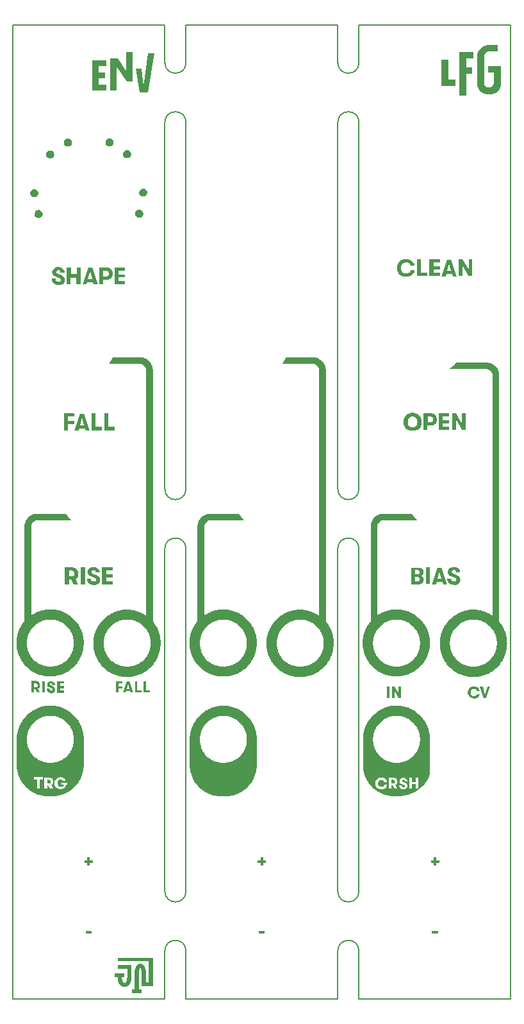
<source format=gbr>
G04 #@! TF.GenerationSoftware,KiCad,Pcbnew,(5.1.9-0-10_14)*
G04 #@! TF.CreationDate,2021-02-07T01:41:00-06:00*
G04 #@! TF.ProjectId,JNTUB_panels,4a4e5455-425f-4706-916e-656c732e6b69,rev?*
G04 #@! TF.SameCoordinates,Original*
G04 #@! TF.FileFunction,Legend,Top*
G04 #@! TF.FilePolarity,Positive*
%FSLAX46Y46*%
G04 Gerber Fmt 4.6, Leading zero omitted, Abs format (unit mm)*
G04 Created by KiCad (PCBNEW (5.1.9-0-10_14)) date 2021-02-07 01:41:00*
%MOMM*%
%LPD*%
G01*
G04 APERTURE LIST*
G04 #@! TA.AperFunction,Profile*
%ADD10C,0.150000*%
G04 #@! TD*
%ADD11C,0.100000*%
G04 APERTURE END LIST*
D10*
X125603000Y-92710000D02*
G75*
G02*
X128397000Y-92710000I1397000J0D01*
G01*
X125603000Y-84836000D02*
X125603000Y-36449000D01*
X128397000Y-152146000D02*
X128397000Y-145796000D01*
X128397000Y-28575000D02*
G75*
G02*
X125603000Y-28575000I-1397000J0D01*
G01*
X128397000Y-137922000D02*
X128397000Y-92710000D01*
X128397000Y-137922000D02*
G75*
G02*
X125603000Y-137922000I-1397000J0D01*
G01*
X125603000Y-23622000D02*
X125603000Y-28575000D01*
X125603000Y-92710000D02*
X125603000Y-137922000D01*
X125603000Y-145796000D02*
X125603000Y-152146000D01*
X125603000Y-145796000D02*
G75*
G02*
X128397000Y-145796000I1397000J0D01*
G01*
X128397000Y-36449000D02*
X128397000Y-84836000D01*
X128397000Y-84836000D02*
G75*
G02*
X125603000Y-84836000I-1397000J0D01*
G01*
X125603000Y-36449000D02*
G75*
G02*
X128397000Y-36449000I1397000J0D01*
G01*
X128397000Y-23622000D02*
X128397000Y-28575000D01*
X105537000Y-36449000D02*
X105537000Y-84836000D01*
X102743000Y-84836000D02*
X102743000Y-36449000D01*
X102743000Y-92710000D02*
X102743000Y-137922000D01*
X105537000Y-137922000D02*
X105537000Y-92710000D01*
X105537000Y-152146000D02*
X105537000Y-145796000D01*
X102743000Y-145796000D02*
X102743000Y-152146000D01*
X102743000Y-145796000D02*
G75*
G02*
X105537000Y-145796000I1397000J0D01*
G01*
X105537000Y-137922000D02*
G75*
G02*
X102743000Y-137922000I-1397000J0D01*
G01*
X102743000Y-92710000D02*
G75*
G02*
X105537000Y-92710000I1397000J0D01*
G01*
X105537000Y-84836000D02*
G75*
G02*
X102743000Y-84836000I-1397000J0D01*
G01*
X102743000Y-36449000D02*
G75*
G02*
X105537000Y-36449000I1397000J0D01*
G01*
X105537000Y-23622000D02*
X105537000Y-28575000D01*
X102743000Y-23622000D02*
X102743000Y-28575000D01*
X105537000Y-28575000D02*
G75*
G02*
X102743000Y-28575000I-1397000J0D01*
G01*
X128397000Y-23622000D02*
X148463000Y-23622000D01*
X148463000Y-23622000D02*
X148463000Y-152146000D01*
X148463000Y-152146000D02*
X128397000Y-152146000D01*
X105537000Y-23622000D02*
X125603000Y-23622000D01*
X125603000Y-152146000D02*
X105537000Y-152146000D01*
X82677000Y-23622000D02*
X102743000Y-23622000D01*
X102743000Y-152146000D02*
X82677000Y-152146000D01*
X82677000Y-152146000D02*
X82677000Y-23622000D01*
D11*
G04 #@! TO.C,svg2mod*
G36*
X115416189Y-134170561D02*
G01*
X115028133Y-134170561D01*
X115028133Y-133853061D01*
X115416189Y-133853061D01*
X115416189Y-133465006D01*
X115733689Y-133465006D01*
X115733689Y-133853061D01*
X116121744Y-133853061D01*
X116121744Y-134170561D01*
X115733689Y-134170561D01*
X115733689Y-134558617D01*
X115416189Y-134558617D01*
X115416189Y-134170561D01*
G37*
G36*
X115169244Y-143201672D02*
G01*
X115945356Y-143201672D01*
X115945356Y-143519172D01*
X115169244Y-143519172D01*
X115169244Y-143201672D01*
G37*
G36*
X115416189Y-134170561D02*
G01*
X115028133Y-134170561D01*
X115028133Y-133853061D01*
X115416189Y-133853061D01*
X115416189Y-133465006D01*
X115733689Y-133465006D01*
X115733689Y-133853061D01*
X116121744Y-133853061D01*
X116121744Y-134170561D01*
X115733689Y-134170561D01*
X115733689Y-134558617D01*
X115416189Y-134558617D01*
X115416189Y-134170561D01*
G37*
G36*
X115169244Y-143201672D02*
G01*
X115945356Y-143201672D01*
X115945356Y-143519172D01*
X115169244Y-143519172D01*
X115169244Y-143201672D01*
G37*
G36*
X110265637Y-123199172D02*
G01*
X110053967Y-123199172D01*
X110053967Y-123728339D01*
X110300911Y-123728339D01*
X110402335Y-123706290D01*
X110477300Y-123657783D01*
X110525807Y-123582818D01*
X110547856Y-123481394D01*
X110525807Y-123379971D01*
X110477300Y-123305006D01*
X110384696Y-123238860D01*
X110265637Y-123199172D01*
G37*
G36*
X124023970Y-102314728D02*
G01*
X120900319Y-102078500D01*
X121029482Y-102091741D01*
X121156944Y-102110098D01*
X121282599Y-102133469D01*
X121406346Y-102161750D01*
X121528080Y-102194838D01*
X121647698Y-102232628D01*
X121765097Y-102275018D01*
X121880173Y-102321904D01*
X121992822Y-102373183D01*
X122102942Y-102428750D01*
X122210428Y-102488503D01*
X122315177Y-102552339D01*
X122417086Y-102620153D01*
X122516051Y-102691842D01*
X122611968Y-102767303D01*
X122704735Y-102846431D01*
X122794248Y-102929125D01*
X122880403Y-103015280D01*
X122963096Y-103104793D01*
X123042225Y-103197560D01*
X123117686Y-103293477D01*
X123189375Y-103392442D01*
X123257189Y-103494351D01*
X123321024Y-103599100D01*
X123380777Y-103706586D01*
X123436345Y-103816706D01*
X123487624Y-103929355D01*
X123534510Y-104044431D01*
X123576900Y-104161829D01*
X123614690Y-104281448D01*
X123647777Y-104403182D01*
X123676058Y-104526929D01*
X123699429Y-104652584D01*
X123717787Y-104780046D01*
X123731028Y-104909209D01*
X123739048Y-105039971D01*
X123741744Y-105172228D01*
X123739048Y-105304485D01*
X123731028Y-105435247D01*
X123717787Y-105564410D01*
X123699430Y-105691871D01*
X123676059Y-105817527D01*
X123647778Y-105941274D01*
X123614690Y-106063008D01*
X123576900Y-106182626D01*
X123534510Y-106300025D01*
X123487624Y-106415101D01*
X123436346Y-106527750D01*
X123380778Y-106637869D01*
X123321025Y-106745355D01*
X123257190Y-106850105D01*
X123189376Y-106952013D01*
X123117687Y-107050978D01*
X123042226Y-107146896D01*
X122963098Y-107239663D01*
X122880404Y-107329176D01*
X122794249Y-107415330D01*
X122704737Y-107498024D01*
X122611970Y-107577153D01*
X122516052Y-107652614D01*
X122417087Y-107724303D01*
X122315178Y-107792117D01*
X122210429Y-107855952D01*
X122102943Y-107915705D01*
X121992824Y-107971273D01*
X121880174Y-108022551D01*
X121765098Y-108069437D01*
X121647700Y-108111827D01*
X121528081Y-108149618D01*
X121406347Y-108182705D01*
X121282600Y-108210986D01*
X121156944Y-108234357D01*
X121029483Y-108252715D01*
X120900319Y-108265955D01*
X120769557Y-108273976D01*
X120637300Y-108276672D01*
X120505043Y-108273976D01*
X120374282Y-108265955D01*
X120245118Y-108252715D01*
X120117657Y-108234357D01*
X119992002Y-108210986D01*
X119868255Y-108182705D01*
X119746521Y-108149618D01*
X119626903Y-108111827D01*
X119509504Y-108069437D01*
X119394429Y-108022551D01*
X119281779Y-107971273D01*
X119171660Y-107915705D01*
X119064174Y-107855952D01*
X118959425Y-107792117D01*
X118857516Y-107724303D01*
X118758551Y-107652614D01*
X118662633Y-107577153D01*
X118569866Y-107498024D01*
X118480354Y-107415330D01*
X118394199Y-107329176D01*
X118311505Y-107239663D01*
X118232376Y-107146896D01*
X118156915Y-107050978D01*
X118085226Y-106952013D01*
X118017412Y-106850105D01*
X117953577Y-106745355D01*
X117893823Y-106637869D01*
X117838256Y-106527750D01*
X117786977Y-106415101D01*
X117740091Y-106300025D01*
X117697701Y-106182626D01*
X117659910Y-106063008D01*
X117626823Y-105941274D01*
X117598542Y-105817527D01*
X117575171Y-105691871D01*
X117556813Y-105564410D01*
X117543572Y-105435247D01*
X117535552Y-105304485D01*
X117532856Y-105172228D01*
X117535552Y-105039971D01*
X117543572Y-104909209D01*
X117556813Y-104780046D01*
X117575171Y-104652584D01*
X117598542Y-104526929D01*
X117626823Y-104403182D01*
X117659910Y-104281448D01*
X117697700Y-104161829D01*
X117740090Y-104044431D01*
X117786976Y-103929355D01*
X117838255Y-103816706D01*
X117893823Y-103706586D01*
X117953576Y-103599100D01*
X118017411Y-103494351D01*
X118085225Y-103392442D01*
X118156914Y-103293477D01*
X118232375Y-103197560D01*
X118311504Y-103104793D01*
X118394197Y-103015280D01*
X118480352Y-102929125D01*
X118569865Y-102846431D01*
X118662632Y-102767303D01*
X118758549Y-102691842D01*
X118857514Y-102620153D01*
X118959423Y-102552339D01*
X119064172Y-102488503D01*
X119171658Y-102428750D01*
X119281778Y-102373183D01*
X119394427Y-102321904D01*
X119509503Y-102275018D01*
X119626902Y-102232628D01*
X119746520Y-102194838D01*
X119868254Y-102161750D01*
X119992001Y-102133469D01*
X120117656Y-102110098D01*
X120245118Y-102091741D01*
X120374281Y-102078500D01*
X120505043Y-102070480D01*
X120637300Y-102067783D01*
X120769557Y-102070480D01*
X120900319Y-102078500D01*
X124023970Y-102314728D01*
X124023970Y-69153617D01*
X124018714Y-69018115D01*
X124003086Y-68886634D01*
X123977298Y-68758964D01*
X123941561Y-68634892D01*
X123896088Y-68514207D01*
X123841090Y-68396697D01*
X123776779Y-68282150D01*
X123703366Y-68170354D01*
X123621063Y-68061099D01*
X123530081Y-67954172D01*
X123423119Y-67854618D01*
X123313617Y-67767341D01*
X123201151Y-67691917D01*
X123085299Y-67627923D01*
X122965637Y-67574936D01*
X122841741Y-67532532D01*
X122713189Y-67500288D01*
X122579557Y-67477781D01*
X122440421Y-67464587D01*
X122295359Y-67460283D01*
X118732304Y-67460283D01*
X118677733Y-67577692D01*
X118619856Y-67691794D01*
X118558671Y-67802588D01*
X118494179Y-67910075D01*
X118426379Y-68014255D01*
X118355272Y-68115127D01*
X118280858Y-68212692D01*
X118203137Y-68306950D01*
X122295359Y-68306950D01*
X122415728Y-68315606D01*
X122529238Y-68340921D01*
X122634908Y-68381915D01*
X122731758Y-68437608D01*
X122818809Y-68507021D01*
X122895081Y-68589172D01*
X122988497Y-68695570D01*
X123058206Y-68805354D01*
X123105901Y-68921912D01*
X123133277Y-69048630D01*
X123142026Y-69188894D01*
X123142026Y-101573894D01*
X123034883Y-101501152D01*
X122925173Y-101431161D01*
X122812977Y-101364027D01*
X122698372Y-101299857D01*
X122581440Y-101238756D01*
X122462258Y-101180829D01*
X122340907Y-101126184D01*
X122217466Y-101074926D01*
X122092014Y-101027159D01*
X121964630Y-100982992D01*
X121835394Y-100942528D01*
X121704386Y-100905874D01*
X121571684Y-100873137D01*
X121437368Y-100844421D01*
X121301518Y-100819832D01*
X121164212Y-100799477D01*
X121025531Y-100783461D01*
X120885553Y-100771889D01*
X120744358Y-100764869D01*
X120602026Y-100762506D01*
X120469682Y-100764456D01*
X120338236Y-100770271D01*
X120207744Y-100779898D01*
X120078263Y-100793283D01*
X119949851Y-100810373D01*
X119822564Y-100831114D01*
X119696461Y-100855453D01*
X119571599Y-100883337D01*
X119448033Y-100914711D01*
X119325823Y-100949523D01*
X119205025Y-100987719D01*
X119085697Y-101029246D01*
X118967895Y-101074050D01*
X118851677Y-101122077D01*
X118737100Y-101173276D01*
X118624222Y-101227591D01*
X118513099Y-101284969D01*
X118403789Y-101345358D01*
X118296350Y-101408704D01*
X118190838Y-101474952D01*
X118087310Y-101544051D01*
X117985825Y-101615946D01*
X117886438Y-101690583D01*
X117789208Y-101767910D01*
X117694192Y-101847874D01*
X117601446Y-101930420D01*
X117511029Y-102015495D01*
X117422997Y-102103045D01*
X117337408Y-102193019D01*
X117254319Y-102285361D01*
X117173787Y-102380018D01*
X117095869Y-102476937D01*
X117020623Y-102576066D01*
X116948106Y-102677349D01*
X116878376Y-102780734D01*
X116811488Y-102886167D01*
X116747502Y-102993595D01*
X116686473Y-103102964D01*
X116628459Y-103214222D01*
X116573518Y-103327314D01*
X116521706Y-103442187D01*
X116473082Y-103558788D01*
X116427702Y-103677063D01*
X116385623Y-103796959D01*
X116346902Y-103918422D01*
X116311598Y-104041399D01*
X116279767Y-104165837D01*
X116251466Y-104291682D01*
X116226753Y-104418880D01*
X116205685Y-104547379D01*
X116188319Y-104677125D01*
X116174713Y-104808063D01*
X116164923Y-104940142D01*
X116159007Y-105073307D01*
X116157022Y-105207506D01*
X116158973Y-105339849D01*
X116164788Y-105471295D01*
X116174415Y-105601788D01*
X116187800Y-105731268D01*
X116204890Y-105859681D01*
X116225631Y-105986967D01*
X116249970Y-106113070D01*
X116277853Y-106237933D01*
X116309228Y-106361498D01*
X116344040Y-106483708D01*
X116382236Y-106604506D01*
X116423763Y-106723834D01*
X116468567Y-106841636D01*
X116516595Y-106957854D01*
X116567793Y-107072430D01*
X116622108Y-107185309D01*
X116679487Y-107296431D01*
X116739876Y-107405741D01*
X116803221Y-107513181D01*
X116869470Y-107618693D01*
X116938569Y-107722220D01*
X117010463Y-107823706D01*
X117085101Y-107923092D01*
X117162429Y-108020322D01*
X117242392Y-108115338D01*
X117324938Y-108208083D01*
X117410013Y-108298500D01*
X117497564Y-108386532D01*
X117587537Y-108472121D01*
X117679879Y-108555210D01*
X117774537Y-108635742D01*
X117871456Y-108713660D01*
X117970585Y-108788906D01*
X118071868Y-108861422D01*
X118175253Y-108931153D01*
X118280686Y-108998040D01*
X118388114Y-109062027D01*
X118497484Y-109123056D01*
X118608741Y-109181069D01*
X118721834Y-109236010D01*
X118836707Y-109287822D01*
X118953308Y-109336446D01*
X119071583Y-109381827D01*
X119191479Y-109423906D01*
X119312942Y-109462626D01*
X119435919Y-109497930D01*
X119560357Y-109529761D01*
X119686202Y-109558062D01*
X119813400Y-109582775D01*
X119941899Y-109603843D01*
X120071645Y-109621209D01*
X120202584Y-109634815D01*
X120334662Y-109644605D01*
X120467827Y-109650521D01*
X120602026Y-109652506D01*
X120734369Y-109650555D01*
X120865815Y-109644740D01*
X120996307Y-109635113D01*
X121125788Y-109621728D01*
X121254200Y-109604638D01*
X121381486Y-109583897D01*
X121507589Y-109559558D01*
X121632452Y-109531675D01*
X121756017Y-109500300D01*
X121878227Y-109465488D01*
X121999024Y-109427292D01*
X122118353Y-109385765D01*
X122236155Y-109340961D01*
X122352372Y-109292934D01*
X122466949Y-109241735D01*
X122579827Y-109187420D01*
X122690950Y-109130042D01*
X122800260Y-109069653D01*
X122907699Y-109006307D01*
X123013211Y-108940059D01*
X123116739Y-108870960D01*
X123218224Y-108799066D01*
X123317611Y-108724428D01*
X123414841Y-108647101D01*
X123509857Y-108567137D01*
X123602602Y-108484592D01*
X123693019Y-108399516D01*
X123781051Y-108311966D01*
X123866640Y-108221993D01*
X123949729Y-108129651D01*
X124030261Y-108034993D01*
X124108179Y-107938074D01*
X124183425Y-107838946D01*
X124255942Y-107737662D01*
X124325672Y-107634277D01*
X124392560Y-107528844D01*
X124456547Y-107421416D01*
X124517575Y-107312047D01*
X124575589Y-107200789D01*
X124630530Y-107087697D01*
X124682342Y-106972824D01*
X124730966Y-106856223D01*
X124776346Y-106737948D01*
X124818425Y-106618052D01*
X124857146Y-106496589D01*
X124892450Y-106373612D01*
X124924281Y-106249174D01*
X124952582Y-106123329D01*
X124977295Y-105996131D01*
X124998363Y-105867632D01*
X125015729Y-105737887D01*
X125029335Y-105606948D01*
X125039125Y-105474869D01*
X125045041Y-105341704D01*
X125047026Y-105207506D01*
X125049238Y-105061065D01*
X125046718Y-104916260D01*
X125039536Y-104773125D01*
X125027762Y-104631695D01*
X125011464Y-104492005D01*
X124990712Y-104354089D01*
X124965577Y-104217982D01*
X124936127Y-104083720D01*
X124902432Y-103951336D01*
X124864562Y-103820866D01*
X124822587Y-103692344D01*
X124776575Y-103565806D01*
X124726597Y-103441285D01*
X124672722Y-103318818D01*
X124615020Y-103198438D01*
X124553560Y-103080180D01*
X124488412Y-102964080D01*
X124419646Y-102850172D01*
X124347330Y-102738490D01*
X124271535Y-102629070D01*
X124192330Y-102521947D01*
X124109786Y-102417154D01*
X124023970Y-102314728D01*
G37*
G36*
X110477300Y-100727228D02*
G01*
X108234197Y-103015280D01*
X108320352Y-102929125D01*
X108409865Y-102846431D01*
X108502632Y-102767303D01*
X108598549Y-102691842D01*
X108697514Y-102620153D01*
X108799423Y-102552339D01*
X108904172Y-102488503D01*
X109011658Y-102428750D01*
X109121778Y-102373183D01*
X109234427Y-102321904D01*
X109349503Y-102275018D01*
X109466902Y-102232628D01*
X109586520Y-102194838D01*
X109708254Y-102161750D01*
X109832001Y-102133469D01*
X109957656Y-102110098D01*
X110085118Y-102091741D01*
X110214281Y-102078500D01*
X110345043Y-102070480D01*
X110477300Y-102067783D01*
X110609557Y-102070480D01*
X110740319Y-102078500D01*
X110869482Y-102091741D01*
X110996944Y-102110098D01*
X111122599Y-102133469D01*
X111246346Y-102161750D01*
X111368080Y-102194838D01*
X111487698Y-102232628D01*
X111605097Y-102275018D01*
X111720173Y-102321904D01*
X111832822Y-102373183D01*
X111942942Y-102428750D01*
X112050428Y-102488503D01*
X112155177Y-102552339D01*
X112257086Y-102620153D01*
X112356051Y-102691842D01*
X112451968Y-102767303D01*
X112544735Y-102846431D01*
X112634248Y-102929125D01*
X112720403Y-103015280D01*
X112803096Y-103104793D01*
X112882225Y-103197560D01*
X112957686Y-103293477D01*
X113029375Y-103392442D01*
X113097189Y-103494351D01*
X113161024Y-103599100D01*
X113220777Y-103706586D01*
X113276345Y-103816706D01*
X113327624Y-103929355D01*
X113374510Y-104044431D01*
X113416900Y-104161829D01*
X113454690Y-104281448D01*
X113487777Y-104403182D01*
X113516058Y-104526929D01*
X113539429Y-104652584D01*
X113557787Y-104780046D01*
X113571028Y-104909209D01*
X113579048Y-105039971D01*
X113581744Y-105172228D01*
X113579048Y-105304485D01*
X113571028Y-105435247D01*
X113557787Y-105564410D01*
X113539430Y-105691871D01*
X113516059Y-105817527D01*
X113487778Y-105941274D01*
X113454690Y-106063008D01*
X113416900Y-106182626D01*
X113374510Y-106300025D01*
X113327624Y-106415101D01*
X113276346Y-106527750D01*
X113220778Y-106637869D01*
X113161025Y-106745355D01*
X113097190Y-106850105D01*
X113029376Y-106952013D01*
X112957687Y-107050978D01*
X112882226Y-107146896D01*
X112803098Y-107239663D01*
X112720404Y-107329176D01*
X112634249Y-107415330D01*
X112544737Y-107498024D01*
X112451970Y-107577153D01*
X112356052Y-107652614D01*
X112257087Y-107724303D01*
X112155178Y-107792117D01*
X112050429Y-107855952D01*
X111942943Y-107915705D01*
X111832824Y-107971273D01*
X111720174Y-108022551D01*
X111605098Y-108069437D01*
X111487700Y-108111827D01*
X111368081Y-108149618D01*
X111246347Y-108182705D01*
X111122600Y-108210986D01*
X110996944Y-108234357D01*
X110869483Y-108252715D01*
X110740319Y-108265955D01*
X110609557Y-108273976D01*
X110477300Y-108276672D01*
X110345043Y-108273976D01*
X110214281Y-108265955D01*
X110085118Y-108252715D01*
X109957656Y-108234357D01*
X109832001Y-108210986D01*
X109708254Y-108182705D01*
X109586520Y-108149618D01*
X109466902Y-108111827D01*
X109349503Y-108069437D01*
X109234427Y-108022551D01*
X109121778Y-107971273D01*
X109011658Y-107915705D01*
X108904172Y-107855952D01*
X108799423Y-107792117D01*
X108697514Y-107724303D01*
X108598549Y-107652614D01*
X108502632Y-107577153D01*
X108409865Y-107498024D01*
X108320352Y-107415330D01*
X108234197Y-107329176D01*
X108151504Y-107239663D01*
X108072375Y-107146896D01*
X107996914Y-107050978D01*
X107925225Y-106952013D01*
X107857411Y-106850105D01*
X107793576Y-106745355D01*
X107733823Y-106637869D01*
X107678255Y-106527750D01*
X107626976Y-106415101D01*
X107580090Y-106300025D01*
X107537700Y-106182626D01*
X107499910Y-106063008D01*
X107466823Y-105941274D01*
X107438542Y-105817527D01*
X107415171Y-105691871D01*
X107396813Y-105564410D01*
X107383572Y-105435247D01*
X107375552Y-105304485D01*
X107372856Y-105172228D01*
X107375552Y-105039971D01*
X107383572Y-104909209D01*
X107396813Y-104780046D01*
X107415171Y-104652584D01*
X107438542Y-104526929D01*
X107466823Y-104403182D01*
X107499910Y-104281448D01*
X107537700Y-104161829D01*
X107580090Y-104044431D01*
X107626976Y-103929355D01*
X107678255Y-103816706D01*
X107733823Y-103706586D01*
X107793576Y-103599100D01*
X107857411Y-103494351D01*
X107925225Y-103392442D01*
X107996914Y-103293477D01*
X108072375Y-103197560D01*
X108151504Y-103104793D01*
X108234197Y-103015280D01*
X110477300Y-100727228D01*
X110335219Y-100729340D01*
X110194725Y-100735659D01*
X110055819Y-100746159D01*
X109918500Y-100760812D01*
X109782769Y-100779593D01*
X109648625Y-100802475D01*
X109516069Y-100829432D01*
X109385100Y-100860437D01*
X109255719Y-100895463D01*
X109127925Y-100934485D01*
X109001719Y-100977475D01*
X108877100Y-101024408D01*
X108754069Y-101075256D01*
X108632625Y-101129994D01*
X108512769Y-101188595D01*
X108394500Y-101251032D01*
X108277819Y-101317279D01*
X108162725Y-101387310D01*
X108049219Y-101461098D01*
X107937300Y-101538617D01*
X107937300Y-89826394D01*
X107946049Y-89686130D01*
X107973424Y-89559412D01*
X108021120Y-89442854D01*
X108090829Y-89333070D01*
X108184244Y-89226672D01*
X108290642Y-89129588D01*
X108400427Y-89051130D01*
X108516984Y-88992992D01*
X108643702Y-88956868D01*
X108783967Y-88944450D01*
X113228967Y-88944450D01*
X113126303Y-88850192D01*
X113029427Y-88752627D01*
X112937513Y-88651755D01*
X112849732Y-88547575D01*
X112765258Y-88440088D01*
X112683265Y-88329294D01*
X112602925Y-88215192D01*
X112523411Y-88097783D01*
X108783967Y-88097783D01*
X108638904Y-88103040D01*
X108499769Y-88118668D01*
X108366137Y-88144456D01*
X108237584Y-88180192D01*
X108113689Y-88225665D01*
X107994027Y-88280663D01*
X107878174Y-88344975D01*
X107765709Y-88418388D01*
X107656207Y-88500691D01*
X107549244Y-88591672D01*
X107458263Y-88698599D01*
X107375960Y-88807854D01*
X107302547Y-88919650D01*
X107238236Y-89034197D01*
X107183237Y-89151707D01*
X107137764Y-89272392D01*
X107102028Y-89396464D01*
X107076240Y-89524134D01*
X107060612Y-89655615D01*
X107055356Y-89791117D01*
X107055356Y-102279450D01*
X106969538Y-102381874D01*
X106886973Y-102486646D01*
X106807713Y-102593714D01*
X106731811Y-102703027D01*
X106659319Y-102814532D01*
X106590289Y-102928176D01*
X106524773Y-103043908D01*
X106462823Y-103161676D01*
X106404491Y-103281426D01*
X106349830Y-103403108D01*
X106298893Y-103526669D01*
X106251730Y-103652056D01*
X106208394Y-103779218D01*
X106168938Y-103908102D01*
X106133414Y-104038656D01*
X106101873Y-104170828D01*
X106074369Y-104304566D01*
X106050953Y-104439817D01*
X106031677Y-104576530D01*
X106016594Y-104714652D01*
X106005755Y-104854130D01*
X105999214Y-104994914D01*
X105997022Y-105136950D01*
X105998973Y-105269293D01*
X106004788Y-105400740D01*
X106014415Y-105531232D01*
X106027800Y-105660713D01*
X106044890Y-105789125D01*
X106065631Y-105916411D01*
X106089970Y-106042514D01*
X106117853Y-106167377D01*
X106149228Y-106290942D01*
X106184040Y-106413152D01*
X106222236Y-106533950D01*
X106263763Y-106653278D01*
X106308567Y-106771080D01*
X106356595Y-106887298D01*
X106407793Y-107001875D01*
X106462108Y-107114753D01*
X106519487Y-107225876D01*
X106579876Y-107335185D01*
X106643221Y-107442625D01*
X106709470Y-107548137D01*
X106778569Y-107651665D01*
X106850463Y-107753150D01*
X106925101Y-107852536D01*
X107002429Y-107949766D01*
X107082392Y-108044782D01*
X107164938Y-108137528D01*
X107250013Y-108227945D01*
X107337564Y-108315977D01*
X107427537Y-108401566D01*
X107519879Y-108484655D01*
X107614537Y-108565187D01*
X107711456Y-108643104D01*
X107810585Y-108718350D01*
X107911868Y-108790867D01*
X108015253Y-108860598D01*
X108120686Y-108927485D01*
X108228114Y-108991472D01*
X108337484Y-109052500D01*
X108448741Y-109110514D01*
X108561834Y-109165455D01*
X108676707Y-109217266D01*
X108793308Y-109265891D01*
X108911583Y-109311271D01*
X109031479Y-109353350D01*
X109152942Y-109392070D01*
X109275919Y-109427374D01*
X109400357Y-109459206D01*
X109526202Y-109487506D01*
X109653400Y-109512219D01*
X109781899Y-109533287D01*
X109911645Y-109550653D01*
X110042584Y-109564260D01*
X110174662Y-109574049D01*
X110307827Y-109579965D01*
X110442026Y-109581950D01*
X110576224Y-109580000D01*
X110709389Y-109574184D01*
X110841468Y-109564557D01*
X110972407Y-109551172D01*
X111102152Y-109534082D01*
X111230651Y-109513341D01*
X111357849Y-109489002D01*
X111483694Y-109461119D01*
X111608132Y-109429745D01*
X111731109Y-109394933D01*
X111852572Y-109356737D01*
X111972468Y-109315210D01*
X112090743Y-109270406D01*
X112207344Y-109222378D01*
X112322217Y-109171180D01*
X112435309Y-109116865D01*
X112546567Y-109059486D01*
X112655936Y-108999097D01*
X112763364Y-108935752D01*
X112868798Y-108869503D01*
X112972183Y-108800405D01*
X113073466Y-108728510D01*
X113172594Y-108653872D01*
X113269513Y-108576545D01*
X113364171Y-108496582D01*
X113456513Y-108414036D01*
X113546486Y-108328961D01*
X113634037Y-108241410D01*
X113719112Y-108151437D01*
X113801658Y-108059095D01*
X113881621Y-107964438D01*
X113958948Y-107867518D01*
X114033586Y-107768390D01*
X114105481Y-107667107D01*
X114174579Y-107563722D01*
X114240828Y-107458289D01*
X114304173Y-107350861D01*
X114364562Y-107241491D01*
X114421940Y-107130234D01*
X114476256Y-107017142D01*
X114527454Y-106902268D01*
X114575482Y-106785668D01*
X114620286Y-106667393D01*
X114661812Y-106547497D01*
X114700008Y-106426033D01*
X114734820Y-106303056D01*
X114766195Y-106178618D01*
X114794078Y-106052774D01*
X114818417Y-105925575D01*
X114839158Y-105797076D01*
X114856248Y-105667331D01*
X114869633Y-105536392D01*
X114879260Y-105404313D01*
X114885075Y-105271148D01*
X114887026Y-105136950D01*
X114886965Y-105006496D01*
X114882970Y-104876870D01*
X114875097Y-104748132D01*
X114863399Y-104620338D01*
X114847931Y-104493548D01*
X114828749Y-104367820D01*
X114805906Y-104243214D01*
X114779458Y-104119786D01*
X114749459Y-103997597D01*
X114715964Y-103876704D01*
X114679028Y-103757166D01*
X114638705Y-103639041D01*
X114595050Y-103522388D01*
X114548118Y-103407266D01*
X114497963Y-103293732D01*
X114444640Y-103181847D01*
X114388205Y-103071667D01*
X114328710Y-102963252D01*
X114266212Y-102856660D01*
X114200765Y-102751950D01*
X114132424Y-102649179D01*
X114061243Y-102548408D01*
X113987278Y-102449693D01*
X113910582Y-102353095D01*
X113831210Y-102258670D01*
X113749218Y-102166479D01*
X113664659Y-102076578D01*
X113577590Y-101989028D01*
X113488063Y-101903885D01*
X113396135Y-101821210D01*
X113301859Y-101741060D01*
X113205291Y-101663494D01*
X113106485Y-101588570D01*
X113005496Y-101516347D01*
X112902378Y-101446884D01*
X112797187Y-101380238D01*
X112689976Y-101316470D01*
X112580802Y-101255636D01*
X112469717Y-101197795D01*
X112356778Y-101143007D01*
X112242039Y-101091330D01*
X112125554Y-101042821D01*
X112007378Y-100997540D01*
X111887566Y-100955546D01*
X111766173Y-100916896D01*
X111643253Y-100881649D01*
X111518861Y-100849864D01*
X111393052Y-100821599D01*
X111265880Y-100796913D01*
X111137401Y-100775864D01*
X111007668Y-100758511D01*
X110876737Y-100744912D01*
X110744662Y-100735127D01*
X110611498Y-100729212D01*
X110477300Y-100727228D01*
G37*
G36*
X110477547Y-113427447D02*
G01*
X110477547Y-114767589D01*
X110609803Y-114770286D01*
X110740563Y-114778308D01*
X110869722Y-114791551D01*
X110997178Y-114809912D01*
X111122828Y-114833288D01*
X111246567Y-114861574D01*
X111368292Y-114894667D01*
X111487900Y-114932464D01*
X111605288Y-114974861D01*
X111720352Y-115021755D01*
X111832989Y-115073042D01*
X111943095Y-115128618D01*
X112050568Y-115188381D01*
X112155302Y-115252226D01*
X112257196Y-115320050D01*
X112356146Y-115391749D01*
X112452048Y-115467220D01*
X112544799Y-115546359D01*
X112634296Y-115629063D01*
X112720435Y-115715229D01*
X112803113Y-115804752D01*
X112882226Y-115897529D01*
X112957672Y-115993457D01*
X113029345Y-116092433D01*
X113097145Y-116194351D01*
X113160965Y-116299110D01*
X113220705Y-116406605D01*
X113276259Y-116516733D01*
X113327525Y-116629391D01*
X113374400Y-116744475D01*
X113416779Y-116861881D01*
X113454559Y-116981505D01*
X113487638Y-117103245D01*
X113515911Y-117226997D01*
X113539276Y-117352657D01*
X113557628Y-117480122D01*
X113570865Y-117609288D01*
X113578883Y-117740051D01*
X113581579Y-117872309D01*
X113578883Y-118004565D01*
X113570865Y-118135325D01*
X113557628Y-118264484D01*
X113539276Y-118391940D01*
X113515911Y-118517590D01*
X113487638Y-118641329D01*
X113454560Y-118763054D01*
X113416779Y-118882662D01*
X113374400Y-119000050D01*
X113327526Y-119115114D01*
X113276260Y-119227751D01*
X113220706Y-119337857D01*
X113160966Y-119445329D01*
X113097145Y-119550064D01*
X113029346Y-119651958D01*
X112957673Y-119750908D01*
X112882227Y-119846810D01*
X112803114Y-119939561D01*
X112720437Y-120029058D01*
X112634298Y-120115197D01*
X112544801Y-120197875D01*
X112452050Y-120276988D01*
X112356148Y-120352434D01*
X112257198Y-120424107D01*
X112155304Y-120491907D01*
X112050569Y-120555727D01*
X111943097Y-120615467D01*
X111832991Y-120671021D01*
X111720354Y-120722287D01*
X111605290Y-120769162D01*
X111487902Y-120811541D01*
X111368293Y-120849321D01*
X111246568Y-120882400D01*
X111122829Y-120910673D01*
X110997179Y-120934038D01*
X110869723Y-120952390D01*
X110740563Y-120965627D01*
X110609803Y-120973645D01*
X110477547Y-120976341D01*
X110345289Y-120973645D01*
X110214526Y-120965627D01*
X110085360Y-120952390D01*
X109957895Y-120934038D01*
X109832235Y-120910673D01*
X109708483Y-120882400D01*
X109586743Y-120849321D01*
X109467119Y-120811541D01*
X109349713Y-120769162D01*
X109234629Y-120722287D01*
X109121972Y-120671021D01*
X109011843Y-120615467D01*
X108904348Y-120555727D01*
X108799589Y-120491907D01*
X108697671Y-120424107D01*
X108598695Y-120352434D01*
X108502767Y-120276988D01*
X108409990Y-120197875D01*
X108320467Y-120115197D01*
X108234301Y-120029058D01*
X108151597Y-119939561D01*
X108072458Y-119846810D01*
X107996987Y-119750908D01*
X107925288Y-119651958D01*
X107857464Y-119550064D01*
X107793619Y-119445329D01*
X107733856Y-119337857D01*
X107678280Y-119227751D01*
X107626993Y-119115114D01*
X107580099Y-119000050D01*
X107537702Y-118882662D01*
X107499905Y-118763054D01*
X107466812Y-118641329D01*
X107438526Y-118517590D01*
X107415150Y-118391940D01*
X107396789Y-118264484D01*
X107383546Y-118135325D01*
X107375524Y-118004565D01*
X107372827Y-117872309D01*
X107375524Y-117740051D01*
X107383546Y-117609288D01*
X107396789Y-117480122D01*
X107415150Y-117352657D01*
X107438526Y-117226997D01*
X107466812Y-117103245D01*
X107499905Y-116981505D01*
X107537702Y-116861881D01*
X107580099Y-116744475D01*
X107626993Y-116629391D01*
X107678280Y-116516733D01*
X107733856Y-116406605D01*
X107793619Y-116299110D01*
X107857464Y-116194351D01*
X107925288Y-116092433D01*
X107996987Y-115993457D01*
X108072458Y-115897529D01*
X108151597Y-115804752D01*
X108234301Y-115715229D01*
X108320467Y-115629063D01*
X108409990Y-115546359D01*
X108502767Y-115467220D01*
X108598695Y-115391749D01*
X108697671Y-115320050D01*
X108799589Y-115252226D01*
X108904348Y-115188381D01*
X109011843Y-115128618D01*
X109121972Y-115073042D01*
X109234629Y-115021755D01*
X109349713Y-114974861D01*
X109467119Y-114932464D01*
X109586743Y-114894667D01*
X109708483Y-114861574D01*
X109832235Y-114833288D01*
X109957895Y-114809912D01*
X110085360Y-114791551D01*
X110214526Y-114778308D01*
X110345289Y-114770286D01*
X110477547Y-114767589D01*
X110477547Y-113427447D01*
X110345203Y-113429397D01*
X110213755Y-113435212D01*
X110083260Y-113444838D01*
X109953776Y-113458222D01*
X109825359Y-113475311D01*
X109698067Y-113496051D01*
X109571958Y-113520388D01*
X109447088Y-113548270D01*
X109323516Y-113579642D01*
X109201297Y-113614452D01*
X109080490Y-113652646D01*
X108961151Y-113694170D01*
X108843339Y-113738971D01*
X108727110Y-113786996D01*
X108612522Y-113838191D01*
X108499631Y-113892504D01*
X108388496Y-113949879D01*
X108279173Y-114010265D01*
X108171720Y-114073607D01*
X108066194Y-114139852D01*
X107962653Y-114208947D01*
X107861153Y-114280838D01*
X107761752Y-114355472D01*
X107664508Y-114432796D01*
X107569477Y-114512755D01*
X107476717Y-114595297D01*
X107386284Y-114680369D01*
X107298238Y-114767916D01*
X107212634Y-114857885D01*
X107129530Y-114950223D01*
X107048983Y-115044877D01*
X106971051Y-115141793D01*
X106895790Y-115240917D01*
X106823259Y-115342197D01*
X106753514Y-115445578D01*
X106686613Y-115551008D01*
X106622613Y-115658433D01*
X106561572Y-115767799D01*
X106503545Y-115879053D01*
X106448592Y-115992142D01*
X106396769Y-116107013D01*
X106348134Y-116223611D01*
X106302743Y-116341883D01*
X106260654Y-116461777D01*
X106221924Y-116583238D01*
X106186612Y-116706213D01*
X106154773Y-116830648D01*
X106126465Y-116956491D01*
X106101746Y-117083688D01*
X106080672Y-117212186D01*
X106063302Y-117341930D01*
X106049692Y-117472868D01*
X106039899Y-117604946D01*
X106033982Y-117738111D01*
X106031997Y-117872309D01*
X106031997Y-121223698D01*
X106034061Y-121355509D01*
X106040213Y-121486318D01*
X106050391Y-121616064D01*
X106064533Y-121744684D01*
X106082578Y-121872118D01*
X106104463Y-121998302D01*
X106130127Y-122123177D01*
X106159509Y-122246679D01*
X106192546Y-122368747D01*
X106229176Y-122489320D01*
X106269339Y-122608336D01*
X106312971Y-122725733D01*
X106360013Y-122841450D01*
X106410401Y-122955425D01*
X106464074Y-123067595D01*
X106520970Y-123177900D01*
X106581028Y-123286278D01*
X106644185Y-123392667D01*
X106710381Y-123497006D01*
X106779552Y-123599232D01*
X106851639Y-123699284D01*
X106926578Y-123797100D01*
X107004308Y-123892620D01*
X107084767Y-123985780D01*
X107167894Y-124076519D01*
X107253627Y-124164776D01*
X107341904Y-124250489D01*
X107432663Y-124333596D01*
X107525843Y-124414036D01*
X107621382Y-124491747D01*
X107719218Y-124566667D01*
X107819289Y-124638734D01*
X107921533Y-124707887D01*
X108025890Y-124774065D01*
X108132297Y-124837204D01*
X108240692Y-124897245D01*
X108351013Y-124954124D01*
X108463200Y-125007782D01*
X108577190Y-125058154D01*
X108692921Y-125105181D01*
X108810332Y-125148800D01*
X108929360Y-125188950D01*
X109049945Y-125225569D01*
X109172025Y-125258595D01*
X109295537Y-125287966D01*
X109420420Y-125313622D01*
X109546612Y-125335499D01*
X109674051Y-125353538D01*
X109802677Y-125367675D01*
X109932426Y-125377849D01*
X110063238Y-125383999D01*
X110195050Y-125386063D01*
X110724216Y-125386063D01*
X110856028Y-125383999D01*
X110986840Y-125377849D01*
X111116589Y-125367675D01*
X111245214Y-125353538D01*
X111372654Y-125335499D01*
X111498846Y-125313622D01*
X111623729Y-125287966D01*
X111747241Y-125258595D01*
X111869320Y-125225569D01*
X111989905Y-125188950D01*
X112108934Y-125148800D01*
X112226345Y-125105181D01*
X112342076Y-125058154D01*
X112456066Y-125007782D01*
X112568252Y-124954124D01*
X112678574Y-124897245D01*
X112786969Y-124837204D01*
X112893376Y-124774065D01*
X112997732Y-124707887D01*
X113099977Y-124638734D01*
X113200048Y-124566667D01*
X113297884Y-124491747D01*
X113393423Y-124414036D01*
X113486602Y-124333596D01*
X113577362Y-124250489D01*
X113665639Y-124164776D01*
X113751371Y-124076519D01*
X113834498Y-123985780D01*
X113914958Y-123892620D01*
X113992688Y-123797100D01*
X114067627Y-123699284D01*
X114139713Y-123599232D01*
X114208885Y-123497006D01*
X114275081Y-123392667D01*
X114338238Y-123286278D01*
X114398296Y-123177900D01*
X114455192Y-123067595D01*
X114508865Y-122955425D01*
X114559253Y-122841450D01*
X114606294Y-122725733D01*
X114649927Y-122608336D01*
X114690090Y-122489320D01*
X114726720Y-122368747D01*
X114759757Y-122246679D01*
X114789138Y-122123177D01*
X114814803Y-121998302D01*
X114836688Y-121872118D01*
X114854733Y-121744684D01*
X114868875Y-121616064D01*
X114879053Y-121486318D01*
X114885205Y-121355509D01*
X114887269Y-121223698D01*
X114887269Y-117872309D01*
X114887208Y-117739966D01*
X114883214Y-117608520D01*
X114875340Y-117478028D01*
X114863642Y-117348548D01*
X114848175Y-117220137D01*
X114828992Y-117092852D01*
X114806150Y-116966751D01*
X114779702Y-116841890D01*
X114749703Y-116718327D01*
X114716208Y-116596119D01*
X114679271Y-116475324D01*
X114638948Y-116355998D01*
X114595293Y-116238199D01*
X114548361Y-116121984D01*
X114498206Y-116007410D01*
X114444884Y-115894535D01*
X114388448Y-115783416D01*
X114328954Y-115674110D01*
X114266456Y-115566674D01*
X114201009Y-115461165D01*
X114132668Y-115357641D01*
X114061487Y-115256159D01*
X113987521Y-115156777D01*
X113910825Y-115059551D01*
X113831454Y-114964538D01*
X113749462Y-114871797D01*
X113664903Y-114781384D01*
X113577834Y-114693356D01*
X113488307Y-114607770D01*
X113396379Y-114524685D01*
X113302103Y-114444157D01*
X113205535Y-114366243D01*
X113106729Y-114291001D01*
X113005740Y-114218488D01*
X112902622Y-114148761D01*
X112797431Y-114081877D01*
X112690221Y-114017894D01*
X112581046Y-113956868D01*
X112469962Y-113898858D01*
X112357023Y-113843920D01*
X112242284Y-113792111D01*
X112125799Y-113743489D01*
X112007623Y-113698111D01*
X111887811Y-113656035D01*
X111766418Y-113617317D01*
X111643499Y-113582015D01*
X111519107Y-113550185D01*
X111393298Y-113521886D01*
X111266126Y-113497175D01*
X111137647Y-113476108D01*
X111007914Y-113458743D01*
X110876983Y-113445137D01*
X110744909Y-113435347D01*
X110611745Y-113429431D01*
X110477547Y-113427447D01*
G37*
G36*
X132092980Y-110912487D02*
G01*
X132445758Y-110912487D01*
X132445758Y-112394153D01*
X132092980Y-112394153D01*
X132092980Y-110912487D01*
G37*
G36*
X132763258Y-110912487D02*
G01*
X133116036Y-110912487D01*
X133645202Y-111864987D01*
X133645202Y-110912487D01*
X133962702Y-110912487D01*
X133962702Y-112394153D01*
X133609925Y-112394153D01*
X133080758Y-111441653D01*
X133080758Y-112394153D01*
X132763258Y-112394153D01*
X132763258Y-110912487D01*
G37*
G36*
X143170202Y-112323598D02*
G01*
X143065676Y-112242590D01*
X142968988Y-112145902D01*
X142887980Y-112041376D01*
X142829184Y-111925090D01*
X142793906Y-111793125D01*
X142782147Y-111653320D01*
X142793906Y-111513515D01*
X142829184Y-111381550D01*
X142887980Y-111265264D01*
X142961149Y-111160738D01*
X143049997Y-111064050D01*
X143170202Y-110983042D01*
X143256192Y-110936740D01*
X143355411Y-110903667D01*
X143467859Y-110883823D01*
X143593536Y-110877209D01*
X143733340Y-110887662D01*
X143865305Y-110913793D01*
X143981591Y-110947764D01*
X144084811Y-110994801D01*
X144172353Y-111065357D01*
X144228536Y-111159431D01*
X144271653Y-111257425D01*
X144314770Y-111355419D01*
X144334369Y-111476931D01*
X143981591Y-111476931D01*
X143924265Y-111371098D01*
X143840480Y-111265264D01*
X143730237Y-111216758D01*
X143593536Y-111194709D01*
X143464184Y-111207775D01*
X143358350Y-111252199D01*
X143276036Y-111335820D01*
X143217239Y-111427281D01*
X143181962Y-111550100D01*
X143170202Y-111688598D01*
X143181962Y-111819256D01*
X143217239Y-111934236D01*
X143276036Y-112041376D01*
X143358350Y-112109318D01*
X143464184Y-112161581D01*
X143593536Y-112182487D01*
X143730237Y-112160438D01*
X143840480Y-112111931D01*
X143924265Y-112032556D01*
X143981591Y-111900264D01*
X144334369Y-111900264D01*
X144322610Y-112006098D01*
X144287332Y-112111931D01*
X144228536Y-112217764D01*
X144156674Y-112303999D01*
X144076972Y-112366715D01*
X143981591Y-112429431D01*
X143865305Y-112463402D01*
X143733340Y-112489534D01*
X143593536Y-112499987D01*
X143467859Y-112452582D01*
X143355411Y-112411792D01*
X143256192Y-112371002D01*
X143170202Y-112323598D01*
G37*
G36*
X144404925Y-110912487D02*
G01*
X144757702Y-110912487D01*
X145075202Y-111970820D01*
X145392702Y-110912487D01*
X145745480Y-110912487D01*
X145251591Y-112394153D01*
X144898813Y-112394153D01*
X144404925Y-110912487D01*
G37*
G36*
X138301869Y-134160542D02*
G01*
X137913813Y-134160542D01*
X137913813Y-133843042D01*
X138301869Y-133843042D01*
X138301869Y-133454987D01*
X138619369Y-133454987D01*
X138619369Y-133843042D01*
X139007425Y-133843042D01*
X139007425Y-134160542D01*
X138619369Y-134160542D01*
X138619369Y-134548598D01*
X138301869Y-134548598D01*
X138301869Y-134160542D01*
G37*
G36*
X138054925Y-143191653D02*
G01*
X138831036Y-143191653D01*
X138831036Y-143509153D01*
X138054925Y-143509153D01*
X138054925Y-143191653D01*
G37*
G36*
X141124091Y-30831931D02*
G01*
X141124091Y-31678598D01*
X139289647Y-31678598D01*
X139289647Y-28150820D01*
X140206869Y-28150820D01*
X140206869Y-30796653D01*
X141124091Y-30796653D01*
X141124091Y-30831931D01*
G37*
G36*
X142570480Y-28080264D02*
G01*
X142570480Y-29173876D01*
X143381869Y-29173876D01*
X143381869Y-30020542D01*
X142570480Y-30020542D01*
X142570480Y-32948598D01*
X141653258Y-32948598D01*
X141653258Y-27198320D01*
X143522980Y-27198320D01*
X143522980Y-28044987D01*
X142570480Y-28044987D01*
X142570480Y-28080264D01*
G37*
G36*
X147191869Y-31255264D02*
G01*
X147186643Y-31380880D01*
X147171231Y-31503479D01*
X147146030Y-31622691D01*
X147111436Y-31738147D01*
X147067846Y-31849475D01*
X147015656Y-31956304D01*
X146955265Y-32058266D01*
X146887069Y-32154989D01*
X146811464Y-32246103D01*
X146728848Y-32331237D01*
X146639617Y-32410021D01*
X146544169Y-32482084D01*
X146442900Y-32547057D01*
X146336206Y-32604569D01*
X146224486Y-32654249D01*
X146108136Y-32695727D01*
X145987552Y-32728632D01*
X145863131Y-32752594D01*
X145735272Y-32767244D01*
X145604369Y-32772209D01*
X145473466Y-32767495D01*
X145345606Y-32753547D01*
X145221186Y-32730656D01*
X145100602Y-32699113D01*
X144984252Y-32659210D01*
X144872531Y-32611236D01*
X144765838Y-32555484D01*
X144664569Y-32492244D01*
X144569121Y-32421808D01*
X144479890Y-32344466D01*
X144397274Y-32260509D01*
X144321669Y-32170229D01*
X144253473Y-32073916D01*
X144193081Y-31971862D01*
X144140892Y-31864357D01*
X144097302Y-31751693D01*
X144062708Y-31634161D01*
X144037506Y-31512051D01*
X144022095Y-31385656D01*
X144016869Y-31255264D01*
X144016869Y-27762764D01*
X144022650Y-27630618D01*
X144039664Y-27501835D01*
X144067417Y-27376848D01*
X144105416Y-27256089D01*
X144153166Y-27139990D01*
X144210174Y-27028983D01*
X144275946Y-26923499D01*
X144349989Y-26823971D01*
X144431808Y-26730832D01*
X144520911Y-26644512D01*
X144616802Y-26565444D01*
X144718989Y-26494061D01*
X144826977Y-26430793D01*
X144940273Y-26376074D01*
X145058384Y-26330334D01*
X145180814Y-26294007D01*
X145307072Y-26267525D01*
X145436662Y-26251318D01*
X145569091Y-26245820D01*
X146697980Y-26245820D01*
X146697980Y-27092487D01*
X145639647Y-27092487D01*
X145503956Y-27101584D01*
X145379878Y-27128684D01*
X145268577Y-27173495D01*
X145171212Y-27235727D01*
X145088946Y-27315090D01*
X145022939Y-27411293D01*
X144974353Y-27524047D01*
X144944350Y-27653060D01*
X144934091Y-27798042D01*
X144934091Y-31219987D01*
X144946907Y-31358686D01*
X144983701Y-31482916D01*
X145041992Y-31591437D01*
X145119300Y-31683007D01*
X145213144Y-31756388D01*
X145321044Y-31810338D01*
X145440520Y-31843618D01*
X145569091Y-31854987D01*
X145697662Y-31843618D01*
X145817138Y-31810338D01*
X145925038Y-31756388D01*
X146018883Y-31683007D01*
X146096191Y-31591437D01*
X146154482Y-31482916D01*
X146191275Y-31358686D01*
X146204091Y-31219987D01*
X146204091Y-29914709D01*
X145463258Y-29914709D01*
X145463258Y-29068042D01*
X147121313Y-29068042D01*
X147121313Y-31255264D01*
X147191869Y-31255264D01*
G37*
G36*
X132904369Y-123189153D02*
G01*
X132657425Y-123189153D01*
X132657425Y-123718320D01*
X132904369Y-123718320D01*
X133005793Y-123696271D01*
X133080758Y-123647764D01*
X133129265Y-123572799D01*
X133151313Y-123471376D01*
X133129265Y-123369952D01*
X133080758Y-123294987D01*
X133005793Y-123228841D01*
X132904369Y-123189153D01*
G37*
G36*
X133362980Y-113417209D02*
G01*
X131119877Y-115705261D01*
X131206032Y-115619106D01*
X131295545Y-115536413D01*
X131388312Y-115457284D01*
X131484230Y-115381823D01*
X131583195Y-115310134D01*
X131685103Y-115242320D01*
X131789853Y-115178485D01*
X131897339Y-115118731D01*
X132007458Y-115063164D01*
X132120107Y-115011885D01*
X132235183Y-114964999D01*
X132352582Y-114922609D01*
X132472200Y-114884819D01*
X132593934Y-114851731D01*
X132717681Y-114823450D01*
X132843337Y-114800079D01*
X132970798Y-114781722D01*
X133099961Y-114768481D01*
X133230723Y-114760461D01*
X133362980Y-114757764D01*
X133495237Y-114760461D01*
X133625999Y-114768481D01*
X133755162Y-114781722D01*
X133882624Y-114800079D01*
X134008279Y-114823450D01*
X134132026Y-114851731D01*
X134253760Y-114884819D01*
X134373378Y-114922609D01*
X134490777Y-114964999D01*
X134605853Y-115011885D01*
X134718502Y-115063164D01*
X134828622Y-115118731D01*
X134936108Y-115178485D01*
X135040857Y-115242320D01*
X135142766Y-115310134D01*
X135241731Y-115381823D01*
X135337648Y-115457284D01*
X135430415Y-115536413D01*
X135519928Y-115619106D01*
X135606083Y-115705261D01*
X135688776Y-115794774D01*
X135767905Y-115887541D01*
X135843366Y-115983458D01*
X135915055Y-116082423D01*
X135982869Y-116184332D01*
X136046704Y-116289081D01*
X136106458Y-116396567D01*
X136162025Y-116506687D01*
X136213304Y-116619336D01*
X136260190Y-116734412D01*
X136302580Y-116851811D01*
X136340370Y-116971429D01*
X136373458Y-117093163D01*
X136401739Y-117216910D01*
X136425110Y-117342565D01*
X136443467Y-117470027D01*
X136456708Y-117599190D01*
X136464728Y-117729952D01*
X136467425Y-117862209D01*
X136464728Y-117994466D01*
X136456708Y-118125228D01*
X136443467Y-118254391D01*
X136425110Y-118381852D01*
X136401739Y-118507508D01*
X136373458Y-118631255D01*
X136340370Y-118752989D01*
X136302580Y-118872607D01*
X136260190Y-118990006D01*
X136213304Y-119105082D01*
X136162025Y-119217731D01*
X136106458Y-119327850D01*
X136046704Y-119435336D01*
X135982869Y-119540086D01*
X135915055Y-119641994D01*
X135843366Y-119740959D01*
X135767905Y-119836877D01*
X135688776Y-119929644D01*
X135606083Y-120019157D01*
X135519928Y-120105312D01*
X135430415Y-120188005D01*
X135337648Y-120267134D01*
X135241731Y-120342595D01*
X135142766Y-120414284D01*
X135040857Y-120482098D01*
X134936108Y-120545933D01*
X134828622Y-120605686D01*
X134718502Y-120661254D01*
X134605853Y-120712532D01*
X134490777Y-120759418D01*
X134373378Y-120801808D01*
X134253760Y-120839599D01*
X134132026Y-120872686D01*
X134008279Y-120900967D01*
X133882624Y-120924338D01*
X133755162Y-120942696D01*
X133625999Y-120955937D01*
X133495237Y-120963957D01*
X133362980Y-120966653D01*
X133230723Y-120963957D01*
X133099961Y-120955937D01*
X132970798Y-120942696D01*
X132843337Y-120924338D01*
X132717681Y-120900967D01*
X132593934Y-120872686D01*
X132472200Y-120839599D01*
X132352582Y-120801808D01*
X132235183Y-120759418D01*
X132120107Y-120712532D01*
X132007458Y-120661254D01*
X131897339Y-120605686D01*
X131789853Y-120545933D01*
X131685103Y-120482098D01*
X131583195Y-120414284D01*
X131484230Y-120342595D01*
X131388312Y-120267134D01*
X131295545Y-120188005D01*
X131206032Y-120105312D01*
X131119877Y-120019157D01*
X131037184Y-119929644D01*
X130958055Y-119836877D01*
X130882594Y-119740959D01*
X130810905Y-119641994D01*
X130743091Y-119540086D01*
X130679256Y-119435336D01*
X130619503Y-119327850D01*
X130563935Y-119217731D01*
X130512657Y-119105082D01*
X130465771Y-118990006D01*
X130423381Y-118872607D01*
X130385590Y-118752989D01*
X130352503Y-118631255D01*
X130324222Y-118507508D01*
X130300851Y-118381852D01*
X130282493Y-118254391D01*
X130269252Y-118125228D01*
X130261232Y-117994466D01*
X130258536Y-117862209D01*
X130261232Y-117729952D01*
X130269252Y-117599190D01*
X130282493Y-117470027D01*
X130300851Y-117342565D01*
X130324222Y-117216910D01*
X130352503Y-117093163D01*
X130385590Y-116971429D01*
X130423381Y-116851811D01*
X130465771Y-116734412D01*
X130512657Y-116619336D01*
X130563935Y-116506687D01*
X130619503Y-116396567D01*
X130679256Y-116289081D01*
X130743091Y-116184332D01*
X130810905Y-116082423D01*
X130882594Y-115983458D01*
X130958055Y-115887541D01*
X131037184Y-115794774D01*
X131119877Y-115705261D01*
X133362980Y-113417209D01*
X133230637Y-113419159D01*
X133099190Y-113424975D01*
X132968698Y-113434601D01*
X132839217Y-113447987D01*
X132710805Y-113465076D01*
X132583519Y-113485818D01*
X132457416Y-113510156D01*
X132332553Y-113538040D01*
X132208988Y-113569414D01*
X132086778Y-113604226D01*
X131965980Y-113642422D01*
X131846652Y-113683949D01*
X131728850Y-113728753D01*
X131612632Y-113776781D01*
X131498055Y-113827979D01*
X131385177Y-113882294D01*
X131274054Y-113939673D01*
X131164745Y-114000062D01*
X131057305Y-114063407D01*
X130951793Y-114129656D01*
X130848266Y-114198754D01*
X130746780Y-114270649D01*
X130647394Y-114345287D01*
X130550164Y-114422614D01*
X130455148Y-114502577D01*
X130362402Y-114585123D01*
X130271985Y-114670198D01*
X130183954Y-114757749D01*
X130098364Y-114847722D01*
X130540758Y-123683042D01*
X130552517Y-123543238D01*
X130587795Y-123411273D01*
X130646591Y-123294987D01*
X130719760Y-123190460D01*
X130808608Y-123093773D01*
X130928813Y-123012764D01*
X131014803Y-122966462D01*
X131114022Y-122933389D01*
X131226470Y-122913546D01*
X131352147Y-122906931D01*
X131491951Y-122917384D01*
X131623916Y-122943515D01*
X131740202Y-122977487D01*
X131843422Y-123024524D01*
X131930964Y-123095079D01*
X131987147Y-123189153D01*
X132030264Y-123287147D01*
X132073381Y-123385141D01*
X132092980Y-123506653D01*
X131740202Y-123506653D01*
X131682876Y-123400820D01*
X131599091Y-123294987D01*
X131488848Y-123246480D01*
X131352147Y-123224431D01*
X131222795Y-123237497D01*
X131116962Y-123281921D01*
X131034647Y-123365542D01*
X130975850Y-123457003D01*
X130940573Y-123579822D01*
X130928813Y-123718320D01*
X130932733Y-123830686D01*
X130960171Y-123911694D01*
X131034647Y-124000542D01*
X131116962Y-124068485D01*
X131222795Y-124120748D01*
X131352147Y-124141653D01*
X131488848Y-124119605D01*
X131599091Y-124071098D01*
X131682876Y-123991723D01*
X131740202Y-123859431D01*
X132092980Y-123859431D01*
X132081221Y-123965264D01*
X132045943Y-124071098D01*
X131987147Y-124176931D01*
X131915285Y-124263166D01*
X131835583Y-124325882D01*
X131740202Y-124388598D01*
X131623916Y-124422569D01*
X131491951Y-124448701D01*
X131352147Y-124459153D01*
X131231431Y-124452539D01*
X131127251Y-124432695D01*
X131029686Y-124399622D01*
X130928813Y-124353320D01*
X130824287Y-124272312D01*
X130727599Y-124175625D01*
X130646591Y-124071098D01*
X130587795Y-123954812D01*
X130552517Y-123822847D01*
X130540758Y-123683042D01*
X130098364Y-114847722D01*
X130015275Y-114940064D01*
X129934743Y-115034721D01*
X129856826Y-115131641D01*
X129781580Y-115230769D01*
X129709063Y-115332052D01*
X129639332Y-115435437D01*
X129572445Y-115540870D01*
X129508459Y-115648298D01*
X129447430Y-115757668D01*
X129389416Y-115868925D01*
X129334475Y-115982017D01*
X129282664Y-116096890D01*
X129234039Y-116213491D01*
X129188659Y-116331766D01*
X129146580Y-116451662D01*
X129107860Y-116573125D01*
X129072556Y-116696103D01*
X129040725Y-116820540D01*
X129012424Y-116946385D01*
X128987711Y-117073584D01*
X128966643Y-117202082D01*
X128949277Y-117331828D01*
X128935670Y-117462767D01*
X128925881Y-117594845D01*
X128919965Y-117728011D01*
X128917980Y-117862209D01*
X128917980Y-121213598D01*
X128920044Y-121345409D01*
X128926195Y-121476220D01*
X128936372Y-121605968D01*
X128950512Y-121734591D01*
X128968554Y-121862028D01*
X128990436Y-121988218D01*
X129016097Y-122113097D01*
X129045475Y-122236605D01*
X129078507Y-122358680D01*
X129115133Y-122479260D01*
X129155290Y-122598284D01*
X129198918Y-122715689D01*
X129245953Y-122831415D01*
X129296335Y-122945398D01*
X129350002Y-123057578D01*
X129406891Y-123167894D01*
X129466942Y-123276282D01*
X129530093Y-123382681D01*
X129596281Y-123487031D01*
X129665445Y-123589268D01*
X129737524Y-123689331D01*
X129812455Y-123787159D01*
X129890178Y-123882690D01*
X129970629Y-123975862D01*
X130053748Y-124066614D01*
X130139473Y-124154883D01*
X130227742Y-124240607D01*
X130318493Y-124323726D01*
X130411665Y-124404178D01*
X130507196Y-124481900D01*
X130605024Y-124556832D01*
X133468813Y-124388598D01*
X133080758Y-124388598D01*
X132833813Y-123965264D01*
X132657425Y-123965264D01*
X132657425Y-124388598D01*
X132304647Y-124388598D01*
X132304647Y-122906931D01*
X132939647Y-122906931D01*
X133036334Y-122917384D01*
X133125182Y-122943515D01*
X133221869Y-122977487D01*
X133336522Y-123052452D01*
X133398258Y-123153876D01*
X133432229Y-123234884D01*
X133458361Y-123331571D01*
X133468813Y-123436098D01*
X133458361Y-123540625D01*
X133432229Y-123637312D01*
X133398258Y-123718320D01*
X133351221Y-123787569D01*
X133280665Y-123848978D01*
X133186591Y-123894709D01*
X133468813Y-124388598D01*
X130605024Y-124556832D01*
X130705088Y-124628911D01*
X134280202Y-124459153D01*
X134154525Y-124451988D01*
X134042077Y-124428285D01*
X133942859Y-124384739D01*
X133856869Y-124318042D01*
X133790172Y-124237565D01*
X133746626Y-124150473D01*
X133722924Y-124050152D01*
X133715758Y-123929987D01*
X134068536Y-123929987D01*
X134090584Y-124031410D01*
X134139091Y-124106376D01*
X134214056Y-124154883D01*
X134315480Y-124176931D01*
X134399265Y-124172521D01*
X134456591Y-124141653D01*
X134491869Y-124035820D01*
X134456591Y-123929987D01*
X134399265Y-123881480D01*
X134315480Y-123859431D01*
X134033258Y-123753598D01*
X133900966Y-123683042D01*
X133821591Y-123612487D01*
X133773084Y-123502244D01*
X133751036Y-123365542D01*
X133773084Y-123246480D01*
X133821591Y-123153876D01*
X133896556Y-123070091D01*
X133997980Y-123012764D01*
X134078988Y-122978793D01*
X134175676Y-122952662D01*
X134280202Y-122942209D01*
X134384729Y-122952662D01*
X134481416Y-122978793D01*
X134562425Y-123012764D01*
X134663848Y-123087730D01*
X134738813Y-123189153D01*
X134787320Y-123299396D01*
X134809369Y-123436098D01*
X134456591Y-123436098D01*
X134452181Y-123347903D01*
X134421313Y-123259709D01*
X134363987Y-123211202D01*
X134280202Y-123189153D01*
X134196418Y-123193563D01*
X134139091Y-123224431D01*
X134103813Y-123330264D01*
X134139091Y-123436098D01*
X134196418Y-123484605D01*
X134280202Y-123506653D01*
X134527147Y-123612487D01*
X134621221Y-123658217D01*
X134691776Y-123719627D01*
X134738813Y-123788876D01*
X134787320Y-123899119D01*
X134809369Y-124035820D01*
X134787320Y-124110785D01*
X134738813Y-124212209D01*
X134663848Y-124300403D01*
X134562425Y-124388598D01*
X134481416Y-124422569D01*
X134384729Y-124448701D01*
X134280202Y-124459153D01*
X130705088Y-124628911D01*
X130807325Y-124698075D01*
X136255758Y-124388598D01*
X135902980Y-124388598D01*
X135902980Y-123788876D01*
X135373813Y-123788876D01*
X135373813Y-124388598D01*
X135021036Y-124388598D01*
X135021036Y-122906931D01*
X135373813Y-122906931D01*
X135373813Y-123506653D01*
X135902980Y-123506653D01*
X135902980Y-122906931D01*
X136255758Y-122906931D01*
X136255758Y-124388598D01*
X130807325Y-124698075D01*
X130911674Y-124764263D01*
X131018074Y-124827414D01*
X131126462Y-124887464D01*
X131236777Y-124944354D01*
X131348957Y-124998021D01*
X131462941Y-125048402D01*
X131578666Y-125095438D01*
X131696072Y-125139065D01*
X131815095Y-125179223D01*
X131935676Y-125215848D01*
X132057750Y-125248881D01*
X132181259Y-125278258D01*
X132306138Y-125303919D01*
X132432327Y-125325801D01*
X132559764Y-125343844D01*
X132688388Y-125357984D01*
X132818136Y-125368160D01*
X132948946Y-125374311D01*
X133080758Y-125376376D01*
X133609925Y-125376376D01*
X133762152Y-125373631D01*
X133913030Y-125365500D01*
X134062463Y-125352136D01*
X134210356Y-125333691D01*
X134356613Y-125310320D01*
X134501141Y-125282176D01*
X134643842Y-125249412D01*
X134784622Y-125212180D01*
X134923387Y-125170636D01*
X135060040Y-125124931D01*
X135194486Y-125075219D01*
X135326630Y-125021654D01*
X135456377Y-124964388D01*
X135583632Y-124903576D01*
X135708299Y-124839369D01*
X135830283Y-124771923D01*
X135949489Y-124701389D01*
X136065822Y-124627922D01*
X136179187Y-124551675D01*
X136289487Y-124472800D01*
X136396629Y-124391451D01*
X136500516Y-124307782D01*
X136601053Y-124221946D01*
X136698146Y-124134096D01*
X136791699Y-124044385D01*
X136881617Y-123952967D01*
X136967805Y-123859996D01*
X137050166Y-123765623D01*
X137128607Y-123670003D01*
X137203032Y-123573289D01*
X137273345Y-123475634D01*
X137339451Y-123377192D01*
X137401256Y-123278116D01*
X137458664Y-123178559D01*
X137511579Y-123078674D01*
X137559907Y-122978616D01*
X137603552Y-122878536D01*
X137642419Y-122778589D01*
X137676412Y-122678927D01*
X137705437Y-122579704D01*
X137729399Y-122481074D01*
X137748201Y-122383189D01*
X137761749Y-122286204D01*
X137769948Y-122190270D01*
X137772702Y-122095542D01*
X137772702Y-117862209D01*
X137772641Y-117729866D01*
X137768647Y-117598419D01*
X137760773Y-117467927D01*
X137749075Y-117338446D01*
X137733608Y-117210034D01*
X137714425Y-117082748D01*
X137691583Y-116956645D01*
X137665135Y-116831782D01*
X137635136Y-116708217D01*
X137601641Y-116586007D01*
X137564705Y-116465209D01*
X137524382Y-116345880D01*
X137480727Y-116228079D01*
X137433794Y-116111861D01*
X137383640Y-115997284D01*
X137330317Y-115884406D01*
X137273881Y-115773283D01*
X137214387Y-115663973D01*
X137151889Y-115556534D01*
X137086442Y-115451022D01*
X137018101Y-115347494D01*
X136946920Y-115246009D01*
X136872954Y-115146623D01*
X136796258Y-115049393D01*
X136716887Y-114954376D01*
X136634895Y-114861631D01*
X136550336Y-114771214D01*
X136463267Y-114683182D01*
X136373740Y-114597593D01*
X136281812Y-114514504D01*
X136187536Y-114433972D01*
X136090968Y-114356055D01*
X135992162Y-114280809D01*
X135891173Y-114208292D01*
X135788056Y-114138561D01*
X135682864Y-114071674D01*
X135575654Y-114007687D01*
X135466479Y-113946659D01*
X135355395Y-113888645D01*
X135242456Y-113833704D01*
X135127717Y-113781893D01*
X135011232Y-113733268D01*
X134893056Y-113687888D01*
X134773245Y-113645809D01*
X134651851Y-113607089D01*
X134528932Y-113571784D01*
X134404540Y-113539953D01*
X134278731Y-113511653D01*
X134151559Y-113486940D01*
X134023080Y-113465872D01*
X133893348Y-113448506D01*
X133762417Y-113434899D01*
X133630342Y-113425109D01*
X133497178Y-113419194D01*
X133362980Y-113417209D01*
G37*
G36*
X146944925Y-102304709D02*
G01*
X143785999Y-102068481D01*
X143915162Y-102081722D01*
X144042624Y-102100079D01*
X144168279Y-102123450D01*
X144292026Y-102151731D01*
X144413760Y-102184819D01*
X144533378Y-102222609D01*
X144650777Y-102264999D01*
X144765853Y-102311885D01*
X144878502Y-102363164D01*
X144988622Y-102418731D01*
X145096108Y-102478485D01*
X145200857Y-102542320D01*
X145302766Y-102610134D01*
X145401731Y-102681823D01*
X145497648Y-102757284D01*
X145590415Y-102836413D01*
X145679928Y-102919106D01*
X145766083Y-103005261D01*
X145848776Y-103094774D01*
X145927905Y-103187541D01*
X146003366Y-103283458D01*
X146075055Y-103382423D01*
X146142869Y-103484332D01*
X146206704Y-103589081D01*
X146266458Y-103696567D01*
X146322025Y-103806687D01*
X146373304Y-103919336D01*
X146420190Y-104034412D01*
X146462580Y-104151811D01*
X146500370Y-104271429D01*
X146533458Y-104393163D01*
X146561739Y-104516910D01*
X146585110Y-104642565D01*
X146603467Y-104770027D01*
X146616708Y-104899190D01*
X146624728Y-105029952D01*
X146627425Y-105162209D01*
X146624728Y-105294466D01*
X146616708Y-105425228D01*
X146603467Y-105554391D01*
X146585110Y-105681852D01*
X146561739Y-105807508D01*
X146533458Y-105931255D01*
X146500370Y-106052989D01*
X146462580Y-106172607D01*
X146420190Y-106290006D01*
X146373304Y-106405082D01*
X146322025Y-106517731D01*
X146266458Y-106627850D01*
X146206704Y-106735336D01*
X146142869Y-106840086D01*
X146075055Y-106941994D01*
X146003366Y-107040959D01*
X145927905Y-107136877D01*
X145848776Y-107229644D01*
X145766083Y-107319157D01*
X145679928Y-107405312D01*
X145590415Y-107488005D01*
X145497648Y-107567134D01*
X145401731Y-107642595D01*
X145302766Y-107714284D01*
X145200857Y-107782098D01*
X145096108Y-107845933D01*
X144988622Y-107905686D01*
X144878502Y-107961254D01*
X144765853Y-108012532D01*
X144650777Y-108059418D01*
X144533378Y-108101808D01*
X144413760Y-108139599D01*
X144292026Y-108172686D01*
X144168279Y-108200967D01*
X144042624Y-108224338D01*
X143915162Y-108242696D01*
X143785999Y-108255937D01*
X143655237Y-108263957D01*
X143522980Y-108266653D01*
X143390723Y-108263957D01*
X143259961Y-108255937D01*
X143130798Y-108242696D01*
X143003337Y-108224338D01*
X142877681Y-108200967D01*
X142753934Y-108172686D01*
X142632200Y-108139599D01*
X142512582Y-108101808D01*
X142395183Y-108059418D01*
X142280107Y-108012532D01*
X142167458Y-107961254D01*
X142057339Y-107905686D01*
X141949853Y-107845933D01*
X141845103Y-107782098D01*
X141743195Y-107714284D01*
X141644230Y-107642595D01*
X141548312Y-107567134D01*
X141455545Y-107488005D01*
X141366032Y-107405312D01*
X141279877Y-107319157D01*
X141197184Y-107229644D01*
X141118055Y-107136877D01*
X141042594Y-107040959D01*
X140970905Y-106941994D01*
X140903091Y-106840086D01*
X140839256Y-106735336D01*
X140779503Y-106627850D01*
X140723935Y-106517731D01*
X140672657Y-106405082D01*
X140625771Y-106290006D01*
X140583381Y-106172607D01*
X140545590Y-106052989D01*
X140512503Y-105931255D01*
X140484222Y-105807508D01*
X140460851Y-105681852D01*
X140442493Y-105554391D01*
X140429252Y-105425228D01*
X140421232Y-105294466D01*
X140418536Y-105162209D01*
X140421232Y-105029952D01*
X140429252Y-104899190D01*
X140442493Y-104770027D01*
X140460851Y-104642565D01*
X140484222Y-104516910D01*
X140512503Y-104393163D01*
X140545590Y-104271429D01*
X140583381Y-104151811D01*
X140625771Y-104034412D01*
X140672657Y-103919336D01*
X140723935Y-103806687D01*
X140779503Y-103696567D01*
X140839256Y-103589081D01*
X140903091Y-103484332D01*
X140970905Y-103382423D01*
X141042594Y-103283458D01*
X141118055Y-103187541D01*
X141197184Y-103094774D01*
X141279877Y-103005261D01*
X141366032Y-102919106D01*
X141455545Y-102836413D01*
X141548312Y-102757284D01*
X141644230Y-102681823D01*
X141743195Y-102610134D01*
X141845103Y-102542320D01*
X141949853Y-102478485D01*
X142057339Y-102418731D01*
X142167458Y-102363164D01*
X142280107Y-102311885D01*
X142395183Y-102264999D01*
X142512582Y-102222609D01*
X142632200Y-102184819D01*
X142753934Y-102151731D01*
X142877681Y-102123450D01*
X143003337Y-102100079D01*
X143130798Y-102081722D01*
X143259961Y-102068481D01*
X143390723Y-102060461D01*
X143522980Y-102057764D01*
X143655237Y-102060461D01*
X143785999Y-102068481D01*
X146944925Y-102304709D01*
X146944925Y-69849153D01*
X146939668Y-69713651D01*
X146924040Y-69582171D01*
X146898252Y-69454501D01*
X146862516Y-69330429D01*
X146817043Y-69209744D01*
X146762045Y-69092233D01*
X146697733Y-68977686D01*
X146624320Y-68865891D01*
X146542017Y-68756636D01*
X146451036Y-68649709D01*
X146344073Y-68550155D01*
X146234571Y-68462878D01*
X146122106Y-68387454D01*
X146006253Y-68323460D01*
X145886591Y-68270473D01*
X145762696Y-68228069D01*
X145634143Y-68195825D01*
X145500511Y-68173318D01*
X145361376Y-68160124D01*
X145216313Y-68155820D01*
X141229925Y-68155820D01*
X141145045Y-68270799D01*
X141055229Y-68380553D01*
X140960768Y-68485079D01*
X140861952Y-68584380D01*
X140759070Y-68678454D01*
X140652414Y-68767301D01*
X140542274Y-68850923D01*
X140428940Y-68929318D01*
X140312702Y-69002487D01*
X145216313Y-69002487D01*
X145336683Y-69011143D01*
X145450192Y-69036458D01*
X145555862Y-69077452D01*
X145652713Y-69133145D01*
X145739764Y-69202557D01*
X145816036Y-69284709D01*
X145909451Y-69391107D01*
X145979160Y-69500891D01*
X146026856Y-69617449D01*
X146054231Y-69744167D01*
X146062980Y-69884431D01*
X146062980Y-101563876D01*
X145955837Y-101491133D01*
X145846128Y-101421142D01*
X145733931Y-101354008D01*
X145619327Y-101289838D01*
X145502394Y-101228737D01*
X145383213Y-101170811D01*
X145261861Y-101116165D01*
X145138420Y-101064907D01*
X145012968Y-101017141D01*
X144885584Y-100972973D01*
X144756349Y-100932509D01*
X144625340Y-100895856D01*
X144492638Y-100863118D01*
X144358323Y-100834402D01*
X144222472Y-100809813D01*
X144085167Y-100789458D01*
X143946485Y-100773442D01*
X143806508Y-100761871D01*
X143665313Y-100754850D01*
X143522980Y-100752487D01*
X143390637Y-100754437D01*
X143259190Y-100760252D01*
X143128698Y-100769879D01*
X142999217Y-100783264D01*
X142870805Y-100800354D01*
X142743519Y-100821095D01*
X142617416Y-100845434D01*
X142492553Y-100873318D01*
X142368988Y-100904692D01*
X142246778Y-100939504D01*
X142125980Y-100977700D01*
X142006652Y-101019227D01*
X141888850Y-101064031D01*
X141772632Y-101112059D01*
X141658055Y-101163257D01*
X141545177Y-101217572D01*
X141434054Y-101274951D01*
X141324745Y-101335339D01*
X141217305Y-101398685D01*
X141111793Y-101464933D01*
X141008266Y-101534032D01*
X140906780Y-101605927D01*
X140807394Y-101680564D01*
X140710164Y-101757892D01*
X140615148Y-101837855D01*
X140522402Y-101920401D01*
X140431985Y-102005476D01*
X140343954Y-102093027D01*
X140258364Y-102183000D01*
X140175275Y-102275342D01*
X140094743Y-102369999D01*
X140016826Y-102466919D01*
X139941580Y-102566047D01*
X139869063Y-102667330D01*
X139799332Y-102770715D01*
X139732445Y-102876148D01*
X139668459Y-102983576D01*
X139607430Y-103092946D01*
X139549416Y-103204203D01*
X139494475Y-103317295D01*
X139442664Y-103432168D01*
X139394039Y-103548769D01*
X139348659Y-103667044D01*
X139306580Y-103786940D01*
X139267860Y-103908403D01*
X139232556Y-104031380D01*
X139200725Y-104155818D01*
X139172424Y-104281663D01*
X139147711Y-104408862D01*
X139126643Y-104537360D01*
X139109277Y-104667106D01*
X139095670Y-104798044D01*
X139085881Y-104930123D01*
X139079965Y-105063288D01*
X139077980Y-105197487D01*
X139079930Y-105329830D01*
X139085746Y-105461276D01*
X139095373Y-105591769D01*
X139108758Y-105721250D01*
X139125848Y-105849662D01*
X139146589Y-105976948D01*
X139170928Y-106103051D01*
X139198811Y-106227914D01*
X139230185Y-106351479D01*
X139264997Y-106473689D01*
X139303193Y-106594487D01*
X139344720Y-106713815D01*
X139389524Y-106831617D01*
X139437552Y-106947835D01*
X139488750Y-107062412D01*
X139543065Y-107175290D01*
X139600444Y-107286412D01*
X139660833Y-107395722D01*
X139724178Y-107503162D01*
X139790427Y-107608674D01*
X139859525Y-107712201D01*
X139931420Y-107813687D01*
X140006058Y-107913073D01*
X140083385Y-108010303D01*
X140163348Y-108105319D01*
X140245894Y-108198064D01*
X140330969Y-108288482D01*
X140418520Y-108376513D01*
X140508493Y-108462102D01*
X140600835Y-108545191D01*
X140695493Y-108625723D01*
X140792412Y-108703641D01*
X140891540Y-108778887D01*
X140992823Y-108851404D01*
X141096208Y-108921134D01*
X141201641Y-108988022D01*
X141309070Y-109052008D01*
X141418439Y-109113037D01*
X141529696Y-109171050D01*
X141642789Y-109225992D01*
X141757662Y-109277803D01*
X141874262Y-109326427D01*
X141992538Y-109371808D01*
X142112433Y-109413887D01*
X142233897Y-109452607D01*
X142356874Y-109487911D01*
X142481312Y-109519742D01*
X142607156Y-109548043D01*
X142734355Y-109572756D01*
X142862854Y-109593824D01*
X142992599Y-109611190D01*
X143123538Y-109624796D01*
X143255617Y-109634586D01*
X143388782Y-109640502D01*
X143522980Y-109642487D01*
X143657178Y-109640536D01*
X143790344Y-109634721D01*
X143922422Y-109625094D01*
X144053361Y-109611709D01*
X144183107Y-109594619D01*
X144311605Y-109573878D01*
X144438804Y-109549539D01*
X144564649Y-109521656D01*
X144689086Y-109490281D01*
X144812064Y-109455469D01*
X144933527Y-109417273D01*
X145053423Y-109375747D01*
X145171698Y-109330943D01*
X145288299Y-109282915D01*
X145403172Y-109231717D01*
X145516264Y-109177401D01*
X145627521Y-109120023D01*
X145736891Y-109059634D01*
X145844319Y-108996289D01*
X145949752Y-108930040D01*
X146053137Y-108860941D01*
X146154420Y-108789047D01*
X146253548Y-108714409D01*
X146350468Y-108637082D01*
X146445125Y-108557119D01*
X146537467Y-108474573D01*
X146627440Y-108389498D01*
X146714991Y-108301947D01*
X146800066Y-108211974D01*
X146882612Y-108119632D01*
X146962575Y-108024974D01*
X147039902Y-107928055D01*
X147114540Y-107828927D01*
X147186435Y-107727643D01*
X147255533Y-107624259D01*
X147321782Y-107518825D01*
X147385127Y-107411397D01*
X147445516Y-107302028D01*
X147502895Y-107190770D01*
X147557210Y-107077678D01*
X147608408Y-106962805D01*
X147656436Y-106846204D01*
X147701240Y-106727929D01*
X147742767Y-106608033D01*
X147780963Y-106486570D01*
X147815775Y-106363593D01*
X147847149Y-106239155D01*
X147875033Y-106113310D01*
X147899371Y-105986112D01*
X147920113Y-105857613D01*
X147937202Y-105727868D01*
X147950587Y-105596929D01*
X147960214Y-105464850D01*
X147966030Y-105331685D01*
X147967980Y-105197487D01*
X147965791Y-105051046D01*
X147959270Y-104906241D01*
X147948487Y-104763106D01*
X147933511Y-104621676D01*
X147914413Y-104481986D01*
X147891260Y-104344070D01*
X147864124Y-104207963D01*
X147833074Y-104073701D01*
X147798179Y-103941317D01*
X147759509Y-103810847D01*
X147717133Y-103682325D01*
X147671121Y-103555787D01*
X147621543Y-103431267D01*
X147568469Y-103308799D01*
X147511967Y-103188419D01*
X147452107Y-103070162D01*
X147388960Y-102954061D01*
X147322594Y-102840153D01*
X147253080Y-102728471D01*
X147180486Y-102619051D01*
X147104882Y-102511928D01*
X147026339Y-102407135D01*
X146944925Y-102304709D01*
G37*
G36*
X133362980Y-100717209D02*
G01*
X131119877Y-103005261D01*
X131206032Y-102919106D01*
X131295545Y-102836413D01*
X131388312Y-102757284D01*
X131484230Y-102681823D01*
X131583195Y-102610134D01*
X131685103Y-102542320D01*
X131789853Y-102478485D01*
X131897339Y-102418731D01*
X132007458Y-102363164D01*
X132120107Y-102311885D01*
X132235183Y-102264999D01*
X132352582Y-102222609D01*
X132472200Y-102184819D01*
X132593934Y-102151731D01*
X132717681Y-102123450D01*
X132843337Y-102100079D01*
X132970798Y-102081722D01*
X133099961Y-102068481D01*
X133230723Y-102060461D01*
X133362980Y-102057764D01*
X133495237Y-102060461D01*
X133625999Y-102068481D01*
X133755162Y-102081722D01*
X133882624Y-102100079D01*
X134008279Y-102123450D01*
X134132026Y-102151731D01*
X134253760Y-102184819D01*
X134373378Y-102222609D01*
X134490777Y-102264999D01*
X134605853Y-102311885D01*
X134718502Y-102363164D01*
X134828622Y-102418731D01*
X134936108Y-102478485D01*
X135040857Y-102542320D01*
X135142766Y-102610134D01*
X135241731Y-102681823D01*
X135337648Y-102757284D01*
X135430415Y-102836413D01*
X135519928Y-102919106D01*
X135606083Y-103005261D01*
X135688776Y-103094774D01*
X135767905Y-103187541D01*
X135843366Y-103283458D01*
X135915055Y-103382423D01*
X135982869Y-103484332D01*
X136046704Y-103589081D01*
X136106458Y-103696567D01*
X136162025Y-103806687D01*
X136213304Y-103919336D01*
X136260190Y-104034412D01*
X136302580Y-104151811D01*
X136340370Y-104271429D01*
X136373458Y-104393163D01*
X136401739Y-104516910D01*
X136425110Y-104642565D01*
X136443467Y-104770027D01*
X136456708Y-104899190D01*
X136464728Y-105029952D01*
X136467425Y-105162209D01*
X136464728Y-105294466D01*
X136456708Y-105425228D01*
X136443467Y-105554391D01*
X136425110Y-105681852D01*
X136401739Y-105807508D01*
X136373458Y-105931255D01*
X136340370Y-106052989D01*
X136302580Y-106172607D01*
X136260190Y-106290006D01*
X136213304Y-106405082D01*
X136162025Y-106517731D01*
X136106458Y-106627850D01*
X136046704Y-106735336D01*
X135982869Y-106840086D01*
X135915055Y-106941994D01*
X135843366Y-107040959D01*
X135767905Y-107136877D01*
X135688776Y-107229644D01*
X135606083Y-107319157D01*
X135519928Y-107405312D01*
X135430415Y-107488005D01*
X135337648Y-107567134D01*
X135241731Y-107642595D01*
X135142766Y-107714284D01*
X135040857Y-107782098D01*
X134936108Y-107845933D01*
X134828622Y-107905686D01*
X134718502Y-107961254D01*
X134605853Y-108012532D01*
X134490777Y-108059418D01*
X134373378Y-108101808D01*
X134253760Y-108139599D01*
X134132026Y-108172686D01*
X134008279Y-108200967D01*
X133882624Y-108224338D01*
X133755162Y-108242696D01*
X133625999Y-108255937D01*
X133495237Y-108263957D01*
X133362980Y-108266653D01*
X133230723Y-108263957D01*
X133099961Y-108255937D01*
X132970798Y-108242696D01*
X132843337Y-108224338D01*
X132717681Y-108200967D01*
X132593934Y-108172686D01*
X132472200Y-108139599D01*
X132352582Y-108101808D01*
X132235183Y-108059418D01*
X132120107Y-108012532D01*
X132007458Y-107961254D01*
X131897339Y-107905686D01*
X131789853Y-107845933D01*
X131685103Y-107782098D01*
X131583195Y-107714284D01*
X131484230Y-107642595D01*
X131388312Y-107567134D01*
X131295545Y-107488005D01*
X131206032Y-107405312D01*
X131119877Y-107319157D01*
X131037184Y-107229644D01*
X130958055Y-107136877D01*
X130882594Y-107040959D01*
X130810905Y-106941994D01*
X130743091Y-106840086D01*
X130679256Y-106735336D01*
X130619503Y-106627850D01*
X130563935Y-106517731D01*
X130512657Y-106405082D01*
X130465771Y-106290006D01*
X130423381Y-106172607D01*
X130385590Y-106052989D01*
X130352503Y-105931255D01*
X130324222Y-105807508D01*
X130300851Y-105681852D01*
X130282493Y-105554391D01*
X130269252Y-105425228D01*
X130261232Y-105294466D01*
X130258536Y-105162209D01*
X130261232Y-105029952D01*
X130269252Y-104899190D01*
X130282493Y-104770027D01*
X130300851Y-104642565D01*
X130324222Y-104516910D01*
X130352503Y-104393163D01*
X130385590Y-104271429D01*
X130423381Y-104151811D01*
X130465771Y-104034412D01*
X130512657Y-103919336D01*
X130563935Y-103806687D01*
X130619503Y-103696567D01*
X130679256Y-103589081D01*
X130743091Y-103484332D01*
X130810905Y-103382423D01*
X130882594Y-103283458D01*
X130958055Y-103187541D01*
X131037184Y-103094774D01*
X131119877Y-103005261D01*
X133362980Y-100717209D01*
X133220899Y-100719321D01*
X133080405Y-100725640D01*
X132941499Y-100736140D01*
X132804180Y-100750793D01*
X132668449Y-100769574D01*
X132534305Y-100792456D01*
X132401749Y-100819413D01*
X132270780Y-100850418D01*
X132141399Y-100885444D01*
X132013605Y-100924466D01*
X131887399Y-100967456D01*
X131762780Y-101014389D01*
X131639749Y-101065237D01*
X131518305Y-101119975D01*
X131398449Y-101178576D01*
X131280180Y-101241013D01*
X131163499Y-101307261D01*
X131048405Y-101377291D01*
X130934899Y-101451079D01*
X130822980Y-101528598D01*
X130822980Y-89816376D01*
X130831729Y-89676111D01*
X130859105Y-89549393D01*
X130906800Y-89432836D01*
X130976509Y-89323051D01*
X131069925Y-89216653D01*
X131176322Y-89119569D01*
X131286107Y-89041111D01*
X131402665Y-88982973D01*
X131529382Y-88946849D01*
X131669647Y-88934431D01*
X136114647Y-88934431D01*
X136011983Y-88840173D01*
X135915107Y-88742608D01*
X135823192Y-88641736D01*
X135735411Y-88537556D01*
X135650937Y-88430069D01*
X135568944Y-88319275D01*
X135488604Y-88205173D01*
X135409091Y-88087764D01*
X131669647Y-88087764D01*
X131524585Y-88093021D01*
X131385449Y-88108649D01*
X131251817Y-88134437D01*
X131123265Y-88170173D01*
X130999369Y-88215646D01*
X130879707Y-88270644D01*
X130763855Y-88334956D01*
X130651389Y-88408369D01*
X130541887Y-88490672D01*
X130434925Y-88581653D01*
X130343943Y-88688580D01*
X130261640Y-88797836D01*
X130188227Y-88909631D01*
X130123916Y-89024178D01*
X130068918Y-89141688D01*
X130023445Y-89262373D01*
X129987708Y-89386445D01*
X129961920Y-89514116D01*
X129946292Y-89645596D01*
X129941036Y-89781098D01*
X129941036Y-102269431D01*
X129855217Y-102371855D01*
X129772652Y-102476627D01*
X129693392Y-102583695D01*
X129617490Y-102693008D01*
X129544998Y-102804513D01*
X129475967Y-102918157D01*
X129410451Y-103033889D01*
X129348501Y-103151657D01*
X129290170Y-103271408D01*
X129235509Y-103393089D01*
X129184571Y-103516650D01*
X129137409Y-103642037D01*
X129094073Y-103769199D01*
X129054617Y-103898083D01*
X129019093Y-104028637D01*
X128987553Y-104160809D01*
X128960048Y-104294547D01*
X128936632Y-104429798D01*
X128917357Y-104566511D01*
X128902274Y-104704633D01*
X128891436Y-104844112D01*
X128884894Y-104984895D01*
X128882702Y-105126931D01*
X128884653Y-105259274D01*
X128890468Y-105390721D01*
X128900095Y-105521213D01*
X128913480Y-105650694D01*
X128930570Y-105779106D01*
X128951311Y-105906392D01*
X128975650Y-106032495D01*
X129003533Y-106157358D01*
X129034908Y-106280923D01*
X129069720Y-106403133D01*
X129107916Y-106523931D01*
X129149442Y-106643260D01*
X129194246Y-106761061D01*
X129242274Y-106877279D01*
X129293472Y-106991856D01*
X129347788Y-107104734D01*
X129405166Y-107215857D01*
X129465555Y-107325167D01*
X129528900Y-107432606D01*
X129595149Y-107538118D01*
X129664248Y-107641646D01*
X129736142Y-107743131D01*
X129810780Y-107842517D01*
X129888107Y-107939747D01*
X129968070Y-108034764D01*
X130050616Y-108127509D01*
X130135691Y-108217926D01*
X130223242Y-108305958D01*
X130313215Y-108391547D01*
X130405557Y-108474636D01*
X130500215Y-108555168D01*
X130597134Y-108633085D01*
X130696262Y-108708331D01*
X130797546Y-108780848D01*
X130900930Y-108850579D01*
X131006364Y-108917466D01*
X131113792Y-108981453D01*
X131223161Y-109042481D01*
X131334419Y-109100495D01*
X131447511Y-109155436D01*
X131562384Y-109207247D01*
X131678985Y-109255872D01*
X131797260Y-109301252D01*
X131917156Y-109343331D01*
X132038619Y-109382051D01*
X132161596Y-109417356D01*
X132286034Y-109449187D01*
X132411879Y-109477487D01*
X132539077Y-109502200D01*
X132667576Y-109523268D01*
X132797321Y-109540634D01*
X132928260Y-109554241D01*
X133060339Y-109564031D01*
X133193504Y-109569946D01*
X133327702Y-109571931D01*
X133460046Y-109569981D01*
X133591492Y-109564165D01*
X133721984Y-109554539D01*
X133851465Y-109541153D01*
X133979877Y-109524064D01*
X134107164Y-109503322D01*
X134233267Y-109478984D01*
X134358129Y-109451100D01*
X134481694Y-109419726D01*
X134603904Y-109384914D01*
X134724702Y-109346718D01*
X134844031Y-109305191D01*
X134961833Y-109260387D01*
X135078050Y-109212359D01*
X135192627Y-109161161D01*
X135305505Y-109106846D01*
X135416628Y-109049467D01*
X135525938Y-108989078D01*
X135633377Y-108925733D01*
X135738889Y-108859484D01*
X135842417Y-108790386D01*
X135943902Y-108718491D01*
X136043289Y-108643853D01*
X136140519Y-108566526D01*
X136235535Y-108486563D01*
X136328280Y-108404017D01*
X136418697Y-108318942D01*
X136506729Y-108231391D01*
X136592318Y-108141418D01*
X136675407Y-108049076D01*
X136755939Y-107954419D01*
X136833856Y-107857499D01*
X136909102Y-107758371D01*
X136981619Y-107657088D01*
X137051350Y-107553703D01*
X137118237Y-107448270D01*
X137182224Y-107340842D01*
X137243253Y-107231472D01*
X137301266Y-107120215D01*
X137356207Y-107007123D01*
X137408019Y-106892250D01*
X137456643Y-106775649D01*
X137502023Y-106657374D01*
X137544102Y-106537478D01*
X137582823Y-106416015D01*
X137618127Y-106293037D01*
X137649958Y-106168600D01*
X137678259Y-106042755D01*
X137702972Y-105915556D01*
X137724040Y-105787058D01*
X137741406Y-105657312D01*
X137755012Y-105526373D01*
X137764802Y-105394295D01*
X137770718Y-105261129D01*
X137772702Y-105126931D01*
X137772641Y-104996477D01*
X137768647Y-104866852D01*
X137760773Y-104738113D01*
X137749075Y-104610319D01*
X137733608Y-104483529D01*
X137714425Y-104357802D01*
X137691583Y-104233195D01*
X137665135Y-104109767D01*
X137635136Y-103987578D01*
X137601641Y-103866685D01*
X137564705Y-103747147D01*
X137524382Y-103629022D01*
X137480727Y-103512369D01*
X137433794Y-103397247D01*
X137383640Y-103283714D01*
X137330317Y-103171828D01*
X137273881Y-103061648D01*
X137214387Y-102953233D01*
X137151889Y-102846641D01*
X137086442Y-102741931D01*
X137018101Y-102639160D01*
X136946920Y-102538389D01*
X136872954Y-102439675D01*
X136796258Y-102343076D01*
X136716887Y-102248651D01*
X136634895Y-102156460D01*
X136550336Y-102066559D01*
X136463267Y-101979009D01*
X136373740Y-101893866D01*
X136281812Y-101811191D01*
X136187536Y-101731041D01*
X136090968Y-101653475D01*
X135992162Y-101578551D01*
X135891173Y-101506328D01*
X135788056Y-101436865D01*
X135682864Y-101370220D01*
X135575654Y-101306451D01*
X135466479Y-101245617D01*
X135355395Y-101187777D01*
X135242456Y-101132988D01*
X135127717Y-101081311D01*
X135011232Y-101032802D01*
X134893056Y-100987521D01*
X134773245Y-100945527D01*
X134651851Y-100906877D01*
X134528932Y-100871630D01*
X134404540Y-100839845D01*
X134278731Y-100811580D01*
X134151559Y-100786894D01*
X134023080Y-100765845D01*
X133893348Y-100748492D01*
X133762417Y-100734893D01*
X133630342Y-100725108D01*
X133497178Y-100719193D01*
X133362980Y-100717209D01*
G37*
G36*
X133997980Y-56679959D02*
G01*
X133896380Y-56612226D01*
X133803247Y-56536026D01*
X133718580Y-56451359D01*
X133642380Y-56358226D01*
X133574647Y-56256626D01*
X133519331Y-56146841D01*
X133479256Y-56030283D01*
X133452727Y-55908646D01*
X133438051Y-55783621D01*
X133433536Y-55656903D01*
X133438051Y-55530186D01*
X133452727Y-55405161D01*
X133479256Y-55283523D01*
X133519331Y-55166966D01*
X133574647Y-55057181D01*
X133642380Y-54955581D01*
X133718580Y-54862448D01*
X133803247Y-54777781D01*
X133896380Y-54701581D01*
X133997980Y-54633848D01*
X134108047Y-54578532D01*
X134226580Y-54538457D01*
X134353580Y-54511928D01*
X134489047Y-54497252D01*
X134632980Y-54492737D01*
X134756029Y-54496970D01*
X134872305Y-54509670D01*
X134983500Y-54530837D01*
X135091309Y-54560470D01*
X135197425Y-54598570D01*
X135317589Y-54658101D01*
X135417911Y-54730862D01*
X135505003Y-54816851D01*
X135585480Y-54916070D01*
X135652728Y-55022455D01*
X135700133Y-55132146D01*
X135734308Y-55248453D01*
X135761869Y-55374681D01*
X135232702Y-55374681D01*
X135185665Y-55253169D01*
X135115110Y-55155175D01*
X135021036Y-55057181D01*
X134935597Y-54995996D01*
X134840237Y-54964577D01*
X134738262Y-54953001D01*
X134632980Y-54951348D01*
X134486357Y-54964026D01*
X134359577Y-54999855D01*
X134246027Y-55055527D01*
X134139091Y-55127737D01*
X134080107Y-55216637D01*
X134031282Y-55314003D01*
X133994311Y-55419837D01*
X133970887Y-55534137D01*
X133962702Y-55656903D01*
X133970887Y-55779670D01*
X133994311Y-55893970D01*
X134031282Y-55999803D01*
X134080107Y-56097170D01*
X134139091Y-56186070D01*
X134210776Y-56258601D01*
X134297700Y-56309119D01*
X134398171Y-56341010D01*
X134510496Y-56357661D01*
X134632980Y-56362459D01*
X134772785Y-56350700D01*
X134904750Y-56315422D01*
X135021036Y-56256626D01*
X135115110Y-56174311D01*
X135185665Y-56068477D01*
X135232702Y-55939126D01*
X135761869Y-55939126D01*
X135734308Y-56065354D01*
X135700133Y-56181660D01*
X135652728Y-56291352D01*
X135585480Y-56397737D01*
X135505003Y-56496955D01*
X135417911Y-56582945D01*
X135317589Y-56655705D01*
X135197425Y-56715237D01*
X135091309Y-56753337D01*
X134983500Y-56782970D01*
X134872305Y-56804137D01*
X134756029Y-56816837D01*
X134632980Y-56821070D01*
X134489047Y-56816554D01*
X134353580Y-56801879D01*
X134226580Y-56775350D01*
X134108047Y-56735274D01*
X133997980Y-56679959D01*
G37*
G36*
X136044091Y-54528014D02*
G01*
X136573258Y-54528014D01*
X136573258Y-56291903D01*
X137384647Y-56291903D01*
X137384647Y-56750514D01*
X136044091Y-56750514D01*
X136044091Y-54528014D01*
G37*
G36*
X137702147Y-54528014D02*
G01*
X139077980Y-54528014D01*
X139077980Y-54951348D01*
X138231313Y-54951348D01*
X138231313Y-55445237D01*
X139077980Y-55445237D01*
X139077980Y-55833292D01*
X138231313Y-55833292D01*
X138231313Y-56327181D01*
X139077980Y-56327181D01*
X139077980Y-56750514D01*
X137702147Y-56750514D01*
X137702147Y-54528014D01*
G37*
G36*
X140700758Y-56503570D02*
G01*
X140594925Y-56080237D01*
X140312702Y-55092459D01*
X140030480Y-56080237D01*
X140594925Y-56080237D01*
X140700758Y-56503570D01*
X139924647Y-56503570D01*
X139854091Y-56785792D01*
X139289647Y-56785792D01*
X140030480Y-54563292D01*
X140559647Y-54563292D01*
X141300480Y-56785792D01*
X140771313Y-56785792D01*
X140700758Y-56503570D01*
G37*
G36*
X141582702Y-54528014D02*
G01*
X142111869Y-54528014D01*
X142887980Y-55974403D01*
X142887980Y-54528014D01*
X143381869Y-54528014D01*
X143381869Y-56750514D01*
X142817425Y-56750514D01*
X142041313Y-55304126D01*
X142041313Y-56750514D01*
X141547425Y-56750514D01*
X141547425Y-54528014D01*
X141582702Y-54528014D01*
G37*
G36*
X136820202Y-96438014D02*
G01*
X135797147Y-96085237D01*
X136079369Y-96085237D01*
X136216070Y-96063188D01*
X136326313Y-96014681D01*
X136388050Y-95935306D01*
X136396869Y-95803014D01*
X136374820Y-95697181D01*
X136326313Y-95591348D01*
X136216070Y-95542841D01*
X136079369Y-95520792D01*
X135797147Y-95520792D01*
X135797147Y-95556070D01*
X135797147Y-96085237D01*
X136820202Y-96438014D01*
X136888145Y-96545154D01*
X136326313Y-96931903D01*
X136388050Y-96852528D01*
X136396869Y-96720237D01*
X136374820Y-96614403D01*
X136326313Y-96508570D01*
X136220480Y-96460063D01*
X136114647Y-96438014D01*
X135797147Y-96438014D01*
X135797147Y-97002459D01*
X136114647Y-97002459D01*
X136246938Y-96980410D01*
X136326313Y-96931903D01*
X136888145Y-96545154D01*
X136940408Y-96660134D01*
X136961313Y-96790792D01*
X136948635Y-96921981D01*
X136912806Y-97046556D01*
X136857134Y-97157902D01*
X136784925Y-97249403D01*
X136696025Y-97308388D01*
X136598658Y-97357212D01*
X136492825Y-97394183D01*
X136378525Y-97417608D01*
X136255758Y-97425792D01*
X135303258Y-97425792D01*
X135303258Y-95203292D01*
X136220480Y-95203292D01*
X136343247Y-95207808D01*
X136457547Y-95222483D01*
X136563380Y-95249012D01*
X136660747Y-95289088D01*
X136749647Y-95344403D01*
X136836739Y-95430393D01*
X136890758Y-95529612D01*
X136918319Y-95642060D01*
X136926036Y-95767737D01*
X136914276Y-95898395D01*
X136878999Y-96013375D01*
X136820202Y-96120514D01*
X136737888Y-96189763D01*
X136632054Y-96251173D01*
X136502702Y-96296903D01*
X136608536Y-96294290D01*
X136714369Y-96346554D01*
X136820202Y-96438014D01*
G37*
G36*
X137243536Y-95168014D02*
G01*
X137772702Y-95168014D01*
X137772702Y-97390514D01*
X137243536Y-97390514D01*
X137243536Y-95168014D01*
G37*
G36*
X139430758Y-97143570D02*
G01*
X139324925Y-96720237D01*
X139042702Y-95732459D01*
X138760480Y-96720237D01*
X139324925Y-96720237D01*
X139430758Y-97143570D01*
X138654647Y-97143570D01*
X138584091Y-97425792D01*
X138054925Y-97425792D01*
X138795758Y-95203292D01*
X139324925Y-95203292D01*
X140065758Y-97425792D01*
X139536591Y-97425792D01*
X139430758Y-97143570D01*
G37*
G36*
X140312702Y-97249403D02*
G01*
X140232833Y-97159939D01*
X140164818Y-97058621D01*
X140112042Y-96942063D01*
X140077893Y-96806879D01*
X140065758Y-96649681D01*
X140594925Y-96649681D01*
X140606684Y-96754208D01*
X140641962Y-96850895D01*
X140700758Y-96931903D01*
X140773927Y-96990700D01*
X140862774Y-97025977D01*
X140982980Y-97037737D01*
X141115272Y-97015688D01*
X141194647Y-96967181D01*
X141243154Y-96892216D01*
X141265202Y-96790792D01*
X141243154Y-96702598D01*
X141194647Y-96614403D01*
X141115272Y-96561487D01*
X140982980Y-96508570D01*
X140594925Y-96367459D01*
X140495155Y-96313991D01*
X140405306Y-96257216D01*
X140322073Y-96193826D01*
X140242147Y-96120514D01*
X140183350Y-96013375D01*
X140148073Y-95898395D01*
X140136313Y-95767737D01*
X140148073Y-95637078D01*
X140183350Y-95522099D01*
X140242147Y-95414959D01*
X140315315Y-95320885D01*
X140404163Y-95250329D01*
X140524369Y-95203292D01*
X140610359Y-95162502D01*
X140709577Y-95141556D01*
X140822025Y-95133839D01*
X140947702Y-95132737D01*
X141073379Y-95138800D01*
X141185827Y-95154785D01*
X141285046Y-95177385D01*
X141371036Y-95203292D01*
X141475562Y-95275154D01*
X141572250Y-95354856D01*
X141653258Y-95450237D01*
X141712054Y-95566523D01*
X141747332Y-95698488D01*
X141759091Y-95838292D01*
X141229925Y-95838292D01*
X141207876Y-95701591D01*
X141159369Y-95591348D01*
X141053536Y-95529612D01*
X140947702Y-95520792D01*
X140841869Y-95542841D01*
X140736036Y-95591348D01*
X140674300Y-95666313D01*
X140665480Y-95767737D01*
X140687529Y-95851521D01*
X140736036Y-95908848D01*
X140792219Y-95945432D01*
X140879760Y-95989856D01*
X140982980Y-96049959D01*
X141335758Y-96191070D01*
X141440489Y-96244538D01*
X141538605Y-96301313D01*
X141623492Y-96364703D01*
X141688536Y-96438014D01*
X141747332Y-96554300D01*
X141782610Y-96686265D01*
X141794369Y-96826070D01*
X141782610Y-96956728D01*
X141747332Y-97071708D01*
X141688536Y-97178848D01*
X141607527Y-97274228D01*
X141510840Y-97353930D01*
X141406313Y-97425792D01*
X141315363Y-97466582D01*
X141207876Y-97487528D01*
X141093774Y-97495245D01*
X140982980Y-97496348D01*
X140832886Y-97475606D01*
X140699451Y-97448004D01*
X140581695Y-97412563D01*
X140478639Y-97368303D01*
X140389301Y-97314243D01*
X140312702Y-97249403D01*
G37*
G36*
X134844647Y-76999959D02*
G01*
X134844647Y-75976903D01*
X134855099Y-76107562D01*
X134881231Y-76222541D01*
X134915202Y-76329681D01*
X134970079Y-76432901D01*
X135048474Y-76520442D01*
X135126869Y-76576626D01*
X135234009Y-76635422D01*
X135348988Y-76670700D01*
X135479647Y-76682459D01*
X135610305Y-76670700D01*
X135725285Y-76635422D01*
X135832425Y-76576626D01*
X135926499Y-76504763D01*
X135997054Y-76425062D01*
X136044091Y-76329681D01*
X136078062Y-76222541D01*
X136104194Y-76107562D01*
X136114647Y-75976903D01*
X136104194Y-75846245D01*
X136078062Y-75731265D01*
X136044091Y-75624126D01*
X135989215Y-75520905D01*
X135910820Y-75433364D01*
X135832425Y-75377181D01*
X135725285Y-75318385D01*
X135610305Y-75283107D01*
X135479647Y-75271348D01*
X135348988Y-75283107D01*
X135234009Y-75318385D01*
X135126869Y-75377181D01*
X135032795Y-75449043D01*
X134962239Y-75528745D01*
X134915202Y-75624126D01*
X134881231Y-75739105D01*
X134855099Y-75861924D01*
X134844647Y-75976903D01*
X134844647Y-76999959D01*
X134743047Y-76932226D01*
X134649913Y-76856026D01*
X134565247Y-76771359D01*
X134489047Y-76678226D01*
X134421313Y-76576626D01*
X134365998Y-76466841D01*
X134325922Y-76350283D01*
X134299393Y-76228646D01*
X134284718Y-76103621D01*
X134280202Y-75976903D01*
X134284718Y-75850186D01*
X134299393Y-75725161D01*
X134325922Y-75603523D01*
X134365998Y-75486966D01*
X134421313Y-75377181D01*
X134489047Y-75275581D01*
X134565247Y-75182448D01*
X134649913Y-75097781D01*
X134743047Y-75021581D01*
X134844647Y-74953848D01*
X134954713Y-74894863D01*
X135073247Y-74846039D01*
X135200247Y-74809068D01*
X135335713Y-74785643D01*
X135479647Y-74777459D01*
X135623580Y-74785643D01*
X135759047Y-74809068D01*
X135886047Y-74846039D01*
X136004580Y-74894863D01*
X136114647Y-74953848D01*
X136216247Y-75021581D01*
X136309380Y-75097781D01*
X136394047Y-75182448D01*
X136470247Y-75275581D01*
X136537980Y-75377181D01*
X136593296Y-75486966D01*
X136633371Y-75603523D01*
X136659900Y-75725161D01*
X136674576Y-75850186D01*
X136679091Y-75976903D01*
X136674576Y-76103621D01*
X136659900Y-76228646D01*
X136633371Y-76350283D01*
X136593296Y-76466841D01*
X136537980Y-76576626D01*
X136470247Y-76678226D01*
X136394047Y-76771359D01*
X136309380Y-76856026D01*
X136216247Y-76932226D01*
X136114647Y-76999959D01*
X136004580Y-77055274D01*
X135886047Y-77095350D01*
X135759047Y-77121879D01*
X135623580Y-77136554D01*
X135479647Y-77141070D01*
X135335713Y-77136554D01*
X135200247Y-77121879D01*
X135073247Y-77095350D01*
X134954713Y-77055274D01*
X134844647Y-76999959D01*
G37*
G36*
X138301869Y-74953848D02*
G01*
X138184276Y-75763930D01*
X138196036Y-75659403D01*
X138184276Y-75554877D01*
X138148999Y-75458189D01*
X138090202Y-75377181D01*
X138018340Y-75318385D01*
X137938639Y-75283107D01*
X137843258Y-75271348D01*
X137490480Y-75271348D01*
X137490480Y-76047459D01*
X137843258Y-76047459D01*
X137966730Y-76021001D01*
X138090202Y-75941626D01*
X138148999Y-75860617D01*
X138184276Y-75763930D01*
X138301869Y-74953848D01*
X138406396Y-75034856D01*
X138503083Y-75131543D01*
X138584091Y-75236070D01*
X138630393Y-75322060D01*
X138663466Y-75421278D01*
X138683310Y-75533726D01*
X138689925Y-75659403D01*
X138683310Y-75765237D01*
X138663466Y-75871070D01*
X138630393Y-75976903D01*
X138584091Y-76082737D01*
X138503083Y-76187263D01*
X138406396Y-76283951D01*
X138301869Y-76364959D01*
X138215879Y-76411261D01*
X138116661Y-76444334D01*
X138004213Y-76464178D01*
X137878536Y-76470792D01*
X137455202Y-76470792D01*
X137455202Y-77070514D01*
X136926036Y-77070514D01*
X136926036Y-74848014D01*
X137878536Y-74848014D01*
X138004213Y-74854629D01*
X138116661Y-74874473D01*
X138215879Y-74907546D01*
X138301869Y-74953848D01*
G37*
G36*
X138936869Y-74848014D02*
G01*
X140312702Y-74848014D01*
X140312702Y-75271348D01*
X139466036Y-75271348D01*
X139466036Y-75765237D01*
X140312702Y-75765237D01*
X140312702Y-76153292D01*
X139466036Y-76153292D01*
X139466036Y-76647181D01*
X140312702Y-76647181D01*
X140312702Y-77070514D01*
X138936869Y-77070514D01*
X138936869Y-74848014D01*
G37*
G36*
X140700758Y-74848014D02*
G01*
X141229925Y-74848014D01*
X142006036Y-76294403D01*
X142006036Y-74848014D01*
X142499925Y-74848014D01*
X142499925Y-77070514D01*
X141970758Y-77070514D01*
X141194647Y-75624126D01*
X141194647Y-77070514D01*
X140700758Y-77070514D01*
X140700758Y-74848014D01*
G37*
G36*
X86194194Y-111017050D02*
G01*
X85453361Y-110981772D01*
X85700306Y-110981772D01*
X85801729Y-110959724D01*
X85876694Y-110911217D01*
X85925201Y-110836251D01*
X85947250Y-110734828D01*
X85925201Y-110633404D01*
X85876694Y-110558439D01*
X85801729Y-110509932D01*
X85700306Y-110487883D01*
X85453361Y-110487883D01*
X85453361Y-110981772D01*
X86194194Y-111017050D01*
X86147157Y-111086299D01*
X86076602Y-111147708D01*
X85982528Y-111193439D01*
X86229472Y-111652050D01*
X85841417Y-111652050D01*
X85594472Y-111228717D01*
X85418083Y-111228717D01*
X85418083Y-111652050D01*
X85065306Y-111652050D01*
X85065306Y-110170383D01*
X85700306Y-110170383D01*
X85796993Y-110180836D01*
X85885841Y-110206968D01*
X85982528Y-110240939D01*
X86097181Y-110315904D01*
X86158917Y-110417328D01*
X86192888Y-110498336D01*
X86219020Y-110595023D01*
X86229472Y-110699550D01*
X86251684Y-110828902D01*
X86242538Y-110934735D01*
X86194194Y-111017050D01*
G37*
G36*
X86546972Y-110205661D02*
G01*
X86899750Y-110205661D01*
X86899750Y-111687328D01*
X86546972Y-111687328D01*
X86546972Y-110205661D01*
G37*
G36*
X87287806Y-111581494D02*
G01*
X87221109Y-111501017D01*
X87177562Y-111413925D01*
X87153860Y-111313604D01*
X87146694Y-111193439D01*
X87499472Y-111193439D01*
X87521521Y-111294863D01*
X87570028Y-111369828D01*
X87644993Y-111418335D01*
X87746417Y-111440383D01*
X87830201Y-111435974D01*
X87887528Y-111405106D01*
X87922806Y-111299272D01*
X87887528Y-111193439D01*
X87830201Y-111144932D01*
X87746417Y-111122883D01*
X87464194Y-111017050D01*
X87331903Y-110946494D01*
X87252528Y-110875939D01*
X87204021Y-110765696D01*
X87181972Y-110628994D01*
X87204021Y-110509932D01*
X87252528Y-110417328D01*
X87327493Y-110333543D01*
X87428917Y-110276217D01*
X87509925Y-110242245D01*
X87606612Y-110216114D01*
X87711139Y-110205661D01*
X87815666Y-110216114D01*
X87912353Y-110242245D01*
X87993361Y-110276217D01*
X88094785Y-110351182D01*
X88169750Y-110452606D01*
X88218257Y-110562849D01*
X88240306Y-110699550D01*
X87887528Y-110699550D01*
X87883118Y-110611356D01*
X87852250Y-110523161D01*
X87794924Y-110474654D01*
X87711139Y-110452606D01*
X87627354Y-110457015D01*
X87570028Y-110487883D01*
X87534750Y-110593717D01*
X87570028Y-110699550D01*
X87627354Y-110748057D01*
X87711139Y-110770106D01*
X87958083Y-110875939D01*
X88052157Y-110921669D01*
X88122713Y-110983079D01*
X88169750Y-111052328D01*
X88218257Y-111162571D01*
X88240306Y-111299272D01*
X88218257Y-111435974D01*
X88169750Y-111546217D01*
X88094785Y-111634411D01*
X87993361Y-111722606D01*
X87912353Y-111756577D01*
X87815666Y-111782708D01*
X87711139Y-111793161D01*
X87585462Y-111745205D01*
X87473014Y-111700557D01*
X87373795Y-111649294D01*
X87287806Y-111581494D01*
G37*
G36*
X88522528Y-110205661D02*
G01*
X89439750Y-110205661D01*
X89439750Y-110487883D01*
X88875306Y-110487883D01*
X88875306Y-110840661D01*
X89439750Y-110840661D01*
X89439750Y-111122883D01*
X88875306Y-111122883D01*
X88875306Y-111440383D01*
X89439750Y-111440383D01*
X89439750Y-111722606D01*
X88522528Y-111722606D01*
X88522528Y-110205661D01*
G37*
G36*
X96248361Y-110205661D02*
G01*
X97165583Y-110205661D01*
X97165583Y-110487883D01*
X96601139Y-110487883D01*
X96601139Y-110875939D01*
X97165583Y-110875939D01*
X97165583Y-111158161D01*
X96601139Y-111158161D01*
X96601139Y-111687328D01*
X96248361Y-111687328D01*
X96248361Y-110205661D01*
G37*
G36*
X98153361Y-111510939D02*
G01*
X98082806Y-111228717D01*
X97906417Y-110558439D01*
X97730028Y-111228717D01*
X98082806Y-111228717D01*
X98153361Y-111510939D01*
X97624194Y-111510939D01*
X97588917Y-111687328D01*
X97236139Y-111687328D01*
X97730028Y-110205661D01*
X98082806Y-110205661D01*
X98576694Y-111687328D01*
X98223917Y-111687328D01*
X98153361Y-111510939D01*
G37*
G36*
X98753083Y-110205661D02*
G01*
X99105861Y-110205661D01*
X99105861Y-111369828D01*
X99670306Y-111369828D01*
X99670306Y-111687328D01*
X98788361Y-111687328D01*
X98788361Y-110205661D01*
X98753083Y-110205661D01*
G37*
G36*
X99881972Y-110205661D02*
G01*
X100234750Y-110205661D01*
X100234750Y-111369828D01*
X100799194Y-111369828D01*
X100799194Y-111687328D01*
X99881972Y-111687328D01*
X99881972Y-110205661D01*
G37*
G36*
X92508917Y-134159272D02*
G01*
X92120861Y-134159272D01*
X92120861Y-133841772D01*
X92508917Y-133841772D01*
X92508917Y-133453717D01*
X92826417Y-133453717D01*
X92826417Y-133841772D01*
X93214472Y-133841772D01*
X93214472Y-134159272D01*
X92826417Y-134159272D01*
X92826417Y-134547328D01*
X92508917Y-134547328D01*
X92508917Y-134159272D01*
G37*
G36*
X92261972Y-143190383D02*
G01*
X93038083Y-143190383D01*
X93038083Y-143507883D01*
X92261972Y-143507883D01*
X92261972Y-143190383D01*
G37*
G36*
X94025861Y-29031494D02*
G01*
X94025861Y-29842883D01*
X94801972Y-29842883D01*
X94801972Y-30618994D01*
X94025861Y-30618994D01*
X94025861Y-31500939D01*
X95013639Y-31500939D01*
X95013639Y-32277050D01*
X93179194Y-32277050D01*
X93179194Y-28255383D01*
X95013639Y-28255383D01*
X95013639Y-29031494D01*
X94025861Y-29031494D01*
G37*
G36*
X99670306Y-29384272D02*
G01*
X99952528Y-31712606D01*
X100552250Y-27373439D01*
X101363639Y-27373439D01*
X100552250Y-32523994D01*
X99388083Y-32523994D01*
X98894194Y-29384272D01*
X99670306Y-29384272D01*
G37*
G36*
X96495306Y-28043717D02*
G01*
X95507528Y-28043717D01*
X95507528Y-32241772D01*
X96354194Y-32241772D01*
X96354194Y-29102050D01*
X97694750Y-31077606D01*
X98506139Y-31077606D01*
X98506139Y-27197050D01*
X97659472Y-27197050D01*
X97659472Y-29701772D01*
X96495306Y-28043717D01*
G37*
G36*
X101151972Y-102303439D02*
G01*
X98028324Y-102067211D01*
X98157488Y-102080452D01*
X98284949Y-102098809D01*
X98410605Y-102122180D01*
X98534351Y-102150461D01*
X98656086Y-102183549D01*
X98775704Y-102221339D01*
X98893103Y-102263729D01*
X99008178Y-102310615D01*
X99120828Y-102361894D01*
X99230947Y-102417461D01*
X99338433Y-102477215D01*
X99443182Y-102541050D01*
X99545091Y-102608864D01*
X99644056Y-102680553D01*
X99739974Y-102756014D01*
X99832741Y-102835143D01*
X99922253Y-102917836D01*
X100008408Y-103003991D01*
X100091102Y-103093504D01*
X100170231Y-103186271D01*
X100245692Y-103282188D01*
X100317381Y-103381153D01*
X100385195Y-103483062D01*
X100449030Y-103587811D01*
X100508783Y-103695297D01*
X100564351Y-103805417D01*
X100615629Y-103918066D01*
X100662515Y-104033142D01*
X100704905Y-104150541D01*
X100742696Y-104270159D01*
X100775783Y-104391893D01*
X100804064Y-104515640D01*
X100827435Y-104641295D01*
X100845793Y-104768757D01*
X100859033Y-104897920D01*
X100867054Y-105028682D01*
X100869750Y-105160939D01*
X100867054Y-105293196D01*
X100859033Y-105423958D01*
X100845793Y-105553121D01*
X100827435Y-105680582D01*
X100804064Y-105806238D01*
X100775783Y-105929985D01*
X100742696Y-106051719D01*
X100704905Y-106171337D01*
X100662515Y-106288736D01*
X100615629Y-106403812D01*
X100564351Y-106516461D01*
X100508783Y-106626580D01*
X100449030Y-106734066D01*
X100385195Y-106838816D01*
X100317381Y-106940724D01*
X100245692Y-107039689D01*
X100170231Y-107135607D01*
X100091102Y-107228374D01*
X100008408Y-107317887D01*
X99922253Y-107404042D01*
X99832741Y-107486735D01*
X99739974Y-107565864D01*
X99644056Y-107641325D01*
X99545091Y-107713014D01*
X99443182Y-107780828D01*
X99338433Y-107844663D01*
X99230947Y-107904416D01*
X99120828Y-107959984D01*
X99008178Y-108011262D01*
X98893103Y-108058148D01*
X98775704Y-108100538D01*
X98656086Y-108138329D01*
X98534351Y-108171416D01*
X98410605Y-108199697D01*
X98284949Y-108223068D01*
X98157488Y-108241426D01*
X98028324Y-108254667D01*
X97897563Y-108262687D01*
X97765306Y-108265383D01*
X97633049Y-108262687D01*
X97502287Y-108254667D01*
X97373123Y-108241426D01*
X97245662Y-108223068D01*
X97120006Y-108199697D01*
X96996260Y-108171416D01*
X96874525Y-108138329D01*
X96754907Y-108100538D01*
X96637509Y-108058148D01*
X96522433Y-108011262D01*
X96409783Y-107959984D01*
X96299664Y-107904416D01*
X96192178Y-107844663D01*
X96087429Y-107780828D01*
X95985520Y-107713014D01*
X95886555Y-107641325D01*
X95790637Y-107565864D01*
X95697870Y-107486735D01*
X95608358Y-107404042D01*
X95522203Y-107317887D01*
X95439509Y-107228374D01*
X95360380Y-107135607D01*
X95284920Y-107039689D01*
X95213231Y-106940724D01*
X95145417Y-106838816D01*
X95081581Y-106734066D01*
X95021828Y-106626580D01*
X94966260Y-106516461D01*
X94914982Y-106403812D01*
X94868096Y-106288736D01*
X94825706Y-106171337D01*
X94787916Y-106051719D01*
X94754828Y-105929985D01*
X94726547Y-105806238D01*
X94703176Y-105680582D01*
X94684819Y-105553121D01*
X94671578Y-105423958D01*
X94663558Y-105293196D01*
X94660861Y-105160939D01*
X94663558Y-105028682D01*
X94671578Y-104897920D01*
X94684819Y-104768757D01*
X94703176Y-104641295D01*
X94726547Y-104515640D01*
X94754828Y-104391893D01*
X94787916Y-104270159D01*
X94825706Y-104150541D01*
X94868096Y-104033142D01*
X94914982Y-103918066D01*
X94966260Y-103805417D01*
X95021828Y-103695297D01*
X95081581Y-103587811D01*
X95145417Y-103483062D01*
X95213231Y-103381153D01*
X95284920Y-103282188D01*
X95360380Y-103186271D01*
X95439509Y-103093504D01*
X95522203Y-103003991D01*
X95608358Y-102917836D01*
X95697870Y-102835143D01*
X95790637Y-102756014D01*
X95886555Y-102680553D01*
X95985520Y-102608864D01*
X96087429Y-102541050D01*
X96192178Y-102477215D01*
X96299664Y-102417461D01*
X96409783Y-102361894D01*
X96522433Y-102310615D01*
X96637509Y-102263729D01*
X96754907Y-102221339D01*
X96874525Y-102183549D01*
X96996260Y-102150461D01*
X97120006Y-102122180D01*
X97245662Y-102098809D01*
X97373123Y-102080452D01*
X97502287Y-102067211D01*
X97633049Y-102059191D01*
X97765306Y-102056494D01*
X97897563Y-102059191D01*
X98028324Y-102067211D01*
X101151972Y-102303439D01*
X101151972Y-69142328D01*
X101146716Y-69006826D01*
X101131088Y-68875346D01*
X101105300Y-68747675D01*
X101069563Y-68623603D01*
X101024090Y-68502918D01*
X100969092Y-68385408D01*
X100904781Y-68270861D01*
X100831368Y-68159066D01*
X100749065Y-68049810D01*
X100658083Y-67942883D01*
X100551121Y-67843329D01*
X100441619Y-67756052D01*
X100329153Y-67680628D01*
X100213301Y-67616634D01*
X100093639Y-67563647D01*
X99969743Y-67521243D01*
X99841191Y-67488999D01*
X99707559Y-67466492D01*
X99568423Y-67453298D01*
X99423361Y-67448994D01*
X95860306Y-67448994D01*
X95805735Y-67566403D01*
X95747858Y-67680505D01*
X95686673Y-67791299D01*
X95622181Y-67898786D01*
X95554381Y-68002966D01*
X95483274Y-68103838D01*
X95408860Y-68201403D01*
X95331139Y-68295661D01*
X99423361Y-68295661D01*
X99543730Y-68304317D01*
X99657240Y-68329632D01*
X99762910Y-68370626D01*
X99859760Y-68426320D01*
X99946811Y-68495732D01*
X100023083Y-68577883D01*
X100116499Y-68684281D01*
X100186208Y-68794066D01*
X100233903Y-68910623D01*
X100261279Y-69037341D01*
X100270028Y-69177606D01*
X100270028Y-101562606D01*
X100162885Y-101489863D01*
X100053175Y-101419872D01*
X99940979Y-101352738D01*
X99826374Y-101288568D01*
X99709442Y-101227467D01*
X99590260Y-101169541D01*
X99468909Y-101114895D01*
X99345468Y-101063637D01*
X99220016Y-101015871D01*
X99092632Y-100971703D01*
X98963396Y-100931239D01*
X98832388Y-100894586D01*
X98699686Y-100861848D01*
X98565370Y-100833132D01*
X98429520Y-100808543D01*
X98292214Y-100788188D01*
X98153533Y-100772172D01*
X98013555Y-100760601D01*
X97872360Y-100753580D01*
X97730028Y-100751217D01*
X97597684Y-100753167D01*
X97466238Y-100758982D01*
X97335746Y-100768609D01*
X97206265Y-100781994D01*
X97077853Y-100799084D01*
X96950566Y-100819825D01*
X96824463Y-100844164D01*
X96699601Y-100872048D01*
X96576036Y-100903422D01*
X96453826Y-100938234D01*
X96333028Y-100976430D01*
X96213699Y-101017957D01*
X96095897Y-101062761D01*
X95979680Y-101110789D01*
X95865103Y-101161987D01*
X95752225Y-101216302D01*
X95641102Y-101273681D01*
X95531792Y-101334069D01*
X95424353Y-101397415D01*
X95318841Y-101463663D01*
X95215313Y-101532762D01*
X95113828Y-101604657D01*
X95014441Y-101679294D01*
X94917212Y-101756622D01*
X94822195Y-101836585D01*
X94729450Y-101919131D01*
X94639033Y-102004206D01*
X94551001Y-102091757D01*
X94465412Y-102181730D01*
X94382323Y-102274072D01*
X94301791Y-102368729D01*
X94223874Y-102465649D01*
X94148628Y-102564777D01*
X94076111Y-102666060D01*
X94006380Y-102769445D01*
X93939493Y-102874878D01*
X93875506Y-102982306D01*
X93814478Y-103091676D01*
X93756464Y-103202933D01*
X93701523Y-103316025D01*
X93649711Y-103430898D01*
X93601087Y-103547499D01*
X93555707Y-103665774D01*
X93513628Y-103785670D01*
X93474908Y-103907133D01*
X93439603Y-104030110D01*
X93407772Y-104154548D01*
X93379472Y-104280393D01*
X93354759Y-104407592D01*
X93333690Y-104536090D01*
X93316325Y-104665836D01*
X93302718Y-104796774D01*
X93292928Y-104928853D01*
X93287012Y-105062018D01*
X93285028Y-105196217D01*
X93286978Y-105328560D01*
X93292793Y-105460006D01*
X93302420Y-105590499D01*
X93315805Y-105719980D01*
X93332895Y-105848392D01*
X93353636Y-105975678D01*
X93377975Y-106101781D01*
X93405859Y-106226644D01*
X93437233Y-106350209D01*
X93472045Y-106472419D01*
X93510241Y-106593217D01*
X93551768Y-106712545D01*
X93596572Y-106830347D01*
X93644600Y-106946565D01*
X93695798Y-107061142D01*
X93750113Y-107174020D01*
X93807492Y-107285142D01*
X93867880Y-107394452D01*
X93931226Y-107501892D01*
X93997475Y-107607404D01*
X94066573Y-107710931D01*
X94138468Y-107812417D01*
X94213105Y-107911803D01*
X94290433Y-108009033D01*
X94370396Y-108104049D01*
X94452942Y-108196794D01*
X94538017Y-108287212D01*
X94625568Y-108375243D01*
X94715541Y-108460832D01*
X94807883Y-108543921D01*
X94902540Y-108624453D01*
X94999460Y-108702371D01*
X95098588Y-108777617D01*
X95199871Y-108850134D01*
X95303256Y-108919864D01*
X95408689Y-108986752D01*
X95516117Y-109050738D01*
X95625487Y-109111767D01*
X95736744Y-109169780D01*
X95849836Y-109224722D01*
X95964709Y-109276533D01*
X96081310Y-109325157D01*
X96199585Y-109370538D01*
X96319481Y-109412617D01*
X96440944Y-109451337D01*
X96563922Y-109486641D01*
X96688359Y-109518472D01*
X96814204Y-109546773D01*
X96941403Y-109571486D01*
X97069901Y-109592554D01*
X97199647Y-109609920D01*
X97330586Y-109623526D01*
X97462664Y-109633316D01*
X97595830Y-109639232D01*
X97730028Y-109641217D01*
X97862371Y-109639266D01*
X97993818Y-109633451D01*
X98124310Y-109623824D01*
X98253791Y-109610439D01*
X98382203Y-109593349D01*
X98509489Y-109572608D01*
X98635592Y-109548269D01*
X98760455Y-109520386D01*
X98884020Y-109489011D01*
X99006230Y-109454199D01*
X99127028Y-109416003D01*
X99246356Y-109374477D01*
X99364158Y-109329673D01*
X99480376Y-109281645D01*
X99594953Y-109230447D01*
X99707831Y-109176131D01*
X99818954Y-109118753D01*
X99928263Y-109058364D01*
X100035703Y-108995019D01*
X100141215Y-108928770D01*
X100244742Y-108859671D01*
X100346228Y-108787777D01*
X100445614Y-108713139D01*
X100542844Y-108635812D01*
X100637860Y-108555849D01*
X100730606Y-108473303D01*
X100821023Y-108388228D01*
X100909054Y-108300677D01*
X100994643Y-108210704D01*
X101077733Y-108118362D01*
X101158264Y-108023704D01*
X101236182Y-107926785D01*
X101311428Y-107827657D01*
X101383945Y-107726373D01*
X101453675Y-107622989D01*
X101520563Y-107517555D01*
X101584549Y-107410127D01*
X101645578Y-107300758D01*
X101703592Y-107189500D01*
X101758533Y-107076408D01*
X101810344Y-106961535D01*
X101858969Y-106844934D01*
X101904349Y-106726659D01*
X101946428Y-106606763D01*
X101985148Y-106485300D01*
X102020452Y-106362323D01*
X102052283Y-106237885D01*
X102080584Y-106112040D01*
X102105297Y-105984842D01*
X102126365Y-105856343D01*
X102143731Y-105726598D01*
X102157337Y-105595659D01*
X102167127Y-105463580D01*
X102173043Y-105330415D01*
X102175028Y-105196217D01*
X102177240Y-105049776D01*
X102174720Y-104904971D01*
X102167538Y-104761836D01*
X102155764Y-104620406D01*
X102139466Y-104480716D01*
X102118714Y-104342800D01*
X102093579Y-104206693D01*
X102064129Y-104072431D01*
X102030434Y-103940047D01*
X101992565Y-103809577D01*
X101950589Y-103681055D01*
X101904577Y-103554517D01*
X101854599Y-103429997D01*
X101800724Y-103307529D01*
X101743022Y-103187149D01*
X101681562Y-103068892D01*
X101616414Y-102952791D01*
X101547648Y-102838883D01*
X101475332Y-102727201D01*
X101399537Y-102617781D01*
X101320332Y-102510658D01*
X101237788Y-102405865D01*
X101151972Y-102303439D01*
G37*
G36*
X87605306Y-100715939D02*
G01*
X85362203Y-103003991D01*
X85448358Y-102917836D01*
X85537870Y-102835143D01*
X85630637Y-102756014D01*
X85726555Y-102680553D01*
X85825520Y-102608864D01*
X85927429Y-102541050D01*
X86032178Y-102477215D01*
X86139664Y-102417461D01*
X86249783Y-102361894D01*
X86362433Y-102310615D01*
X86477509Y-102263729D01*
X86594907Y-102221339D01*
X86714525Y-102183549D01*
X86836260Y-102150461D01*
X86960006Y-102122180D01*
X87085662Y-102098809D01*
X87213123Y-102080452D01*
X87342287Y-102067211D01*
X87473049Y-102059191D01*
X87605306Y-102056494D01*
X87737563Y-102059191D01*
X87868324Y-102067211D01*
X87997488Y-102080452D01*
X88124949Y-102098809D01*
X88250605Y-102122180D01*
X88374351Y-102150461D01*
X88496086Y-102183549D01*
X88615704Y-102221339D01*
X88733103Y-102263729D01*
X88848178Y-102310615D01*
X88960828Y-102361894D01*
X89070947Y-102417461D01*
X89178433Y-102477215D01*
X89283182Y-102541050D01*
X89385091Y-102608864D01*
X89484056Y-102680553D01*
X89579974Y-102756014D01*
X89672741Y-102835143D01*
X89762253Y-102917836D01*
X89848408Y-103003991D01*
X89931102Y-103093504D01*
X90010231Y-103186271D01*
X90085692Y-103282188D01*
X90157381Y-103381153D01*
X90225195Y-103483062D01*
X90289030Y-103587811D01*
X90348783Y-103695297D01*
X90404351Y-103805417D01*
X90455629Y-103918066D01*
X90502515Y-104033142D01*
X90544905Y-104150541D01*
X90582696Y-104270159D01*
X90615783Y-104391893D01*
X90644064Y-104515640D01*
X90667435Y-104641295D01*
X90685793Y-104768757D01*
X90699033Y-104897920D01*
X90707054Y-105028682D01*
X90709750Y-105160939D01*
X90707054Y-105293196D01*
X90699033Y-105423958D01*
X90685793Y-105553121D01*
X90667435Y-105680582D01*
X90644064Y-105806238D01*
X90615783Y-105929985D01*
X90582696Y-106051719D01*
X90544905Y-106171337D01*
X90502515Y-106288736D01*
X90455629Y-106403812D01*
X90404351Y-106516461D01*
X90348783Y-106626580D01*
X90289030Y-106734066D01*
X90225195Y-106838816D01*
X90157381Y-106940724D01*
X90085692Y-107039689D01*
X90010231Y-107135607D01*
X89931102Y-107228374D01*
X89848408Y-107317887D01*
X89762253Y-107404042D01*
X89672741Y-107486735D01*
X89579974Y-107565864D01*
X89484056Y-107641325D01*
X89385091Y-107713014D01*
X89283182Y-107780828D01*
X89178433Y-107844663D01*
X89070947Y-107904416D01*
X88960828Y-107959984D01*
X88848178Y-108011262D01*
X88733103Y-108058148D01*
X88615704Y-108100538D01*
X88496086Y-108138329D01*
X88374351Y-108171416D01*
X88250605Y-108199697D01*
X88124949Y-108223068D01*
X87997488Y-108241426D01*
X87868324Y-108254667D01*
X87737563Y-108262687D01*
X87605306Y-108265383D01*
X87473049Y-108262687D01*
X87342287Y-108254667D01*
X87213123Y-108241426D01*
X87085662Y-108223068D01*
X86960006Y-108199697D01*
X86836260Y-108171416D01*
X86714525Y-108138329D01*
X86594907Y-108100538D01*
X86477509Y-108058148D01*
X86362433Y-108011262D01*
X86249783Y-107959984D01*
X86139664Y-107904416D01*
X86032178Y-107844663D01*
X85927429Y-107780828D01*
X85825520Y-107713014D01*
X85726555Y-107641325D01*
X85630637Y-107565864D01*
X85537870Y-107486735D01*
X85448358Y-107404042D01*
X85362203Y-107317887D01*
X85279509Y-107228374D01*
X85200380Y-107135607D01*
X85124920Y-107039689D01*
X85053231Y-106940724D01*
X84985417Y-106838816D01*
X84921581Y-106734066D01*
X84861828Y-106626580D01*
X84806260Y-106516461D01*
X84754982Y-106403812D01*
X84708096Y-106288736D01*
X84665706Y-106171337D01*
X84627916Y-106051719D01*
X84594828Y-105929985D01*
X84566547Y-105806238D01*
X84543176Y-105680582D01*
X84524819Y-105553121D01*
X84511578Y-105423958D01*
X84503558Y-105293196D01*
X84500861Y-105160939D01*
X84503558Y-105028682D01*
X84511578Y-104897920D01*
X84524819Y-104768757D01*
X84543176Y-104641295D01*
X84566547Y-104515640D01*
X84594828Y-104391893D01*
X84627916Y-104270159D01*
X84665706Y-104150541D01*
X84708096Y-104033142D01*
X84754982Y-103918066D01*
X84806260Y-103805417D01*
X84861828Y-103695297D01*
X84921581Y-103587811D01*
X84985417Y-103483062D01*
X85053231Y-103381153D01*
X85124920Y-103282188D01*
X85200380Y-103186271D01*
X85279509Y-103093504D01*
X85362203Y-103003991D01*
X87605306Y-100715939D01*
X87463224Y-100718051D01*
X87322731Y-100724370D01*
X87183824Y-100734870D01*
X87046506Y-100749523D01*
X86910774Y-100768304D01*
X86776631Y-100791186D01*
X86644074Y-100818143D01*
X86513106Y-100849148D01*
X86383724Y-100884174D01*
X86255931Y-100923196D01*
X86129724Y-100966186D01*
X86005106Y-101013119D01*
X85882074Y-101063967D01*
X85760631Y-101118705D01*
X85640774Y-101177306D01*
X85522506Y-101239743D01*
X85405824Y-101305991D01*
X85290731Y-101376021D01*
X85177224Y-101449809D01*
X85065306Y-101527328D01*
X85065306Y-89815106D01*
X85074054Y-89674841D01*
X85101430Y-89548123D01*
X85149126Y-89431566D01*
X85218834Y-89321781D01*
X85312250Y-89215383D01*
X85418648Y-89118299D01*
X85528432Y-89039841D01*
X85644990Y-88981703D01*
X85771708Y-88945579D01*
X85911972Y-88933161D01*
X90356972Y-88933161D01*
X90254308Y-88838903D01*
X90157432Y-88741338D01*
X90065517Y-88640466D01*
X89977736Y-88536286D01*
X89893262Y-88428799D01*
X89811269Y-88318005D01*
X89730929Y-88203903D01*
X89651417Y-88086494D01*
X85911972Y-88086494D01*
X85766910Y-88091751D01*
X85627774Y-88107379D01*
X85494142Y-88133167D01*
X85365590Y-88168903D01*
X85241694Y-88214376D01*
X85122032Y-88269374D01*
X85006180Y-88333686D01*
X84893714Y-88407099D01*
X84784212Y-88489402D01*
X84677250Y-88580383D01*
X84586269Y-88687310D01*
X84503966Y-88796566D01*
X84430552Y-88908361D01*
X84366241Y-89022908D01*
X84311243Y-89140418D01*
X84265770Y-89261103D01*
X84230034Y-89385175D01*
X84204246Y-89512846D01*
X84188617Y-89644326D01*
X84183361Y-89779828D01*
X84183361Y-102268161D01*
X84097543Y-102370585D01*
X84014978Y-102475357D01*
X83935718Y-102582425D01*
X83859816Y-102691738D01*
X83787323Y-102803243D01*
X83718293Y-102916887D01*
X83652777Y-103032619D01*
X83590827Y-103150387D01*
X83532495Y-103270138D01*
X83477835Y-103391819D01*
X83426897Y-103515380D01*
X83379734Y-103640767D01*
X83336399Y-103767929D01*
X83296943Y-103896813D01*
X83261419Y-104027367D01*
X83229878Y-104159539D01*
X83202374Y-104293277D01*
X83178958Y-104428528D01*
X83159682Y-104565241D01*
X83144599Y-104703363D01*
X83133761Y-104842842D01*
X83127220Y-104983625D01*
X83125028Y-105125661D01*
X83126978Y-105258004D01*
X83132793Y-105389451D01*
X83142420Y-105519943D01*
X83155805Y-105649424D01*
X83172895Y-105777836D01*
X83193636Y-105905122D01*
X83217975Y-106031225D01*
X83245859Y-106156088D01*
X83277233Y-106279653D01*
X83312045Y-106401863D01*
X83350241Y-106522661D01*
X83391768Y-106641990D01*
X83436572Y-106759791D01*
X83484600Y-106876009D01*
X83535798Y-106990586D01*
X83590113Y-107103464D01*
X83647492Y-107214587D01*
X83707880Y-107323897D01*
X83771226Y-107431336D01*
X83837475Y-107536848D01*
X83906573Y-107640376D01*
X83978468Y-107741861D01*
X84053105Y-107841247D01*
X84130433Y-107938477D01*
X84210396Y-108033494D01*
X84292942Y-108126239D01*
X84378017Y-108216656D01*
X84465568Y-108304688D01*
X84555541Y-108390277D01*
X84647883Y-108473366D01*
X84742540Y-108553898D01*
X84839460Y-108631815D01*
X84938588Y-108707061D01*
X85039871Y-108779578D01*
X85143256Y-108849309D01*
X85248689Y-108916196D01*
X85356117Y-108980183D01*
X85465487Y-109041211D01*
X85576744Y-109099225D01*
X85689836Y-109154166D01*
X85804709Y-109205977D01*
X85921310Y-109254602D01*
X86039585Y-109299982D01*
X86159481Y-109342061D01*
X86280944Y-109380781D01*
X86403922Y-109416086D01*
X86528359Y-109447917D01*
X86654204Y-109476217D01*
X86781403Y-109500930D01*
X86909901Y-109521998D01*
X87039647Y-109539364D01*
X87170586Y-109552971D01*
X87302664Y-109562761D01*
X87435830Y-109568676D01*
X87570028Y-109570661D01*
X87704226Y-109568711D01*
X87837391Y-109562895D01*
X87969470Y-109553269D01*
X88100409Y-109539883D01*
X88230154Y-109522794D01*
X88358653Y-109502052D01*
X88485851Y-109477714D01*
X88611696Y-109449830D01*
X88736134Y-109418456D01*
X88859111Y-109383644D01*
X88980574Y-109345448D01*
X89100470Y-109303921D01*
X89218745Y-109259117D01*
X89335346Y-109211089D01*
X89450219Y-109159891D01*
X89563311Y-109105576D01*
X89674569Y-109048197D01*
X89783938Y-108987808D01*
X89891366Y-108924463D01*
X89996800Y-108858214D01*
X90100185Y-108789116D01*
X90201468Y-108717221D01*
X90300596Y-108642583D01*
X90397515Y-108565256D01*
X90492173Y-108485293D01*
X90584515Y-108402747D01*
X90674488Y-108317672D01*
X90762039Y-108230121D01*
X90847114Y-108140148D01*
X90929660Y-108047806D01*
X91009623Y-107953149D01*
X91086950Y-107856229D01*
X91161588Y-107757101D01*
X91233483Y-107655818D01*
X91302581Y-107552433D01*
X91368830Y-107447000D01*
X91432175Y-107339572D01*
X91492564Y-107230202D01*
X91549943Y-107118945D01*
X91604258Y-107005853D01*
X91655456Y-106890980D01*
X91703484Y-106774379D01*
X91748288Y-106656104D01*
X91789814Y-106536208D01*
X91828010Y-106414745D01*
X91862822Y-106291767D01*
X91894197Y-106167330D01*
X91922080Y-106041485D01*
X91946419Y-105914286D01*
X91967160Y-105785788D01*
X91984250Y-105656042D01*
X91997635Y-105525103D01*
X92007262Y-105393025D01*
X92013077Y-105259859D01*
X92015028Y-105125661D01*
X92014967Y-104995207D01*
X92010972Y-104865582D01*
X92003099Y-104736843D01*
X91991401Y-104609049D01*
X91975933Y-104482259D01*
X91956751Y-104356532D01*
X91933908Y-104231925D01*
X91907460Y-104108497D01*
X91877461Y-103986308D01*
X91843966Y-103865415D01*
X91807030Y-103745877D01*
X91766707Y-103627752D01*
X91723052Y-103511099D01*
X91676120Y-103395977D01*
X91625965Y-103282444D01*
X91572642Y-103170558D01*
X91516207Y-103060378D01*
X91456712Y-102951963D01*
X91394215Y-102845371D01*
X91328768Y-102740661D01*
X91260426Y-102637890D01*
X91189246Y-102537119D01*
X91115280Y-102438405D01*
X91038584Y-102341806D01*
X90959212Y-102247381D01*
X90877220Y-102155190D01*
X90792662Y-102065289D01*
X90705592Y-101977739D01*
X90616066Y-101892596D01*
X90524137Y-101809921D01*
X90429862Y-101729771D01*
X90333294Y-101652205D01*
X90234488Y-101577281D01*
X90133499Y-101505058D01*
X90030381Y-101435595D01*
X89925190Y-101368950D01*
X89817980Y-101305181D01*
X89708805Y-101244347D01*
X89597721Y-101186507D01*
X89484782Y-101131718D01*
X89370042Y-101080041D01*
X89253557Y-101031532D01*
X89135382Y-100986251D01*
X89015570Y-100944257D01*
X88894177Y-100905607D01*
X88771257Y-100870360D01*
X88646865Y-100838575D01*
X88521056Y-100810310D01*
X88393885Y-100785624D01*
X88265406Y-100764575D01*
X88135673Y-100747222D01*
X88004742Y-100733623D01*
X87872667Y-100723838D01*
X87739504Y-100717923D01*
X87605306Y-100715939D01*
G37*
G36*
X87393639Y-123187883D02*
G01*
X87181972Y-123187883D01*
X87181972Y-123717050D01*
X87428917Y-123717050D01*
X87530340Y-123695001D01*
X87605306Y-123646494D01*
X87653812Y-123571529D01*
X87675861Y-123470106D01*
X87653812Y-123368682D01*
X87605306Y-123293717D01*
X87512701Y-123227571D01*
X87393639Y-123187883D01*
G37*
G36*
X87605306Y-113415939D02*
G01*
X85362203Y-115703991D01*
X85448358Y-115617836D01*
X85537870Y-115535143D01*
X85630637Y-115456014D01*
X85726555Y-115380553D01*
X85825520Y-115308864D01*
X85927429Y-115241050D01*
X86032178Y-115177215D01*
X86139664Y-115117461D01*
X86249783Y-115061894D01*
X86362433Y-115010615D01*
X86477509Y-114963729D01*
X86594907Y-114921339D01*
X86714525Y-114883549D01*
X86836260Y-114850461D01*
X86960006Y-114822180D01*
X87085662Y-114798809D01*
X87213123Y-114780452D01*
X87342287Y-114767211D01*
X87473049Y-114759191D01*
X87605306Y-114756494D01*
X87737563Y-114759191D01*
X87868324Y-114767211D01*
X87997488Y-114780452D01*
X88124949Y-114798809D01*
X88250605Y-114822180D01*
X88374351Y-114850461D01*
X88496086Y-114883549D01*
X88615704Y-114921339D01*
X88733103Y-114963729D01*
X88848178Y-115010615D01*
X88960828Y-115061894D01*
X89070947Y-115117461D01*
X89178433Y-115177215D01*
X89283182Y-115241050D01*
X89385091Y-115308864D01*
X89484056Y-115380553D01*
X89579974Y-115456014D01*
X89672741Y-115535143D01*
X89762253Y-115617836D01*
X89848408Y-115703991D01*
X89931102Y-115793504D01*
X90010231Y-115886271D01*
X90085692Y-115982188D01*
X90157381Y-116081153D01*
X90225195Y-116183062D01*
X90289030Y-116287811D01*
X90348783Y-116395297D01*
X90404351Y-116505417D01*
X90455629Y-116618066D01*
X90502515Y-116733142D01*
X90544905Y-116850541D01*
X90582696Y-116970159D01*
X90615783Y-117091893D01*
X90644064Y-117215640D01*
X90667435Y-117341295D01*
X90685793Y-117468757D01*
X90699033Y-117597920D01*
X90707054Y-117728682D01*
X90709750Y-117860939D01*
X90707054Y-117993196D01*
X90699033Y-118123958D01*
X90685793Y-118253121D01*
X90667435Y-118380582D01*
X90644064Y-118506238D01*
X90615783Y-118629985D01*
X90582696Y-118751719D01*
X90544905Y-118871337D01*
X90502515Y-118988736D01*
X90455629Y-119103812D01*
X90404351Y-119216461D01*
X90348783Y-119326580D01*
X90289030Y-119434066D01*
X90225195Y-119538816D01*
X90157381Y-119640724D01*
X90085692Y-119739689D01*
X90010231Y-119835607D01*
X89931102Y-119928374D01*
X89848408Y-120017887D01*
X89762253Y-120104042D01*
X89672741Y-120186735D01*
X89579974Y-120265864D01*
X89484056Y-120341325D01*
X89385091Y-120413014D01*
X89283182Y-120480828D01*
X89178433Y-120544663D01*
X89070947Y-120604416D01*
X88960828Y-120659984D01*
X88848178Y-120711262D01*
X88733103Y-120758148D01*
X88615704Y-120800538D01*
X88496086Y-120838329D01*
X88374351Y-120871416D01*
X88250605Y-120899697D01*
X88124949Y-120923068D01*
X87997488Y-120941426D01*
X87868324Y-120954667D01*
X87737563Y-120962687D01*
X87605306Y-120965383D01*
X87473049Y-120962687D01*
X87342287Y-120954667D01*
X87213123Y-120941426D01*
X87085662Y-120923068D01*
X86960006Y-120899697D01*
X86836260Y-120871416D01*
X86714525Y-120838329D01*
X86594907Y-120800538D01*
X86477509Y-120758148D01*
X86362433Y-120711262D01*
X86249783Y-120659984D01*
X86139664Y-120604416D01*
X86032178Y-120544663D01*
X85927429Y-120480828D01*
X85825520Y-120413014D01*
X85726555Y-120341325D01*
X85630637Y-120265864D01*
X85537870Y-120186735D01*
X85448358Y-120104042D01*
X85362203Y-120017887D01*
X85279509Y-119928374D01*
X85200380Y-119835607D01*
X85124920Y-119739689D01*
X85053231Y-119640724D01*
X84985417Y-119538816D01*
X84921581Y-119434066D01*
X84861828Y-119326580D01*
X84806260Y-119216461D01*
X84754982Y-119103812D01*
X84708096Y-118988736D01*
X84665706Y-118871337D01*
X84627916Y-118751719D01*
X84594828Y-118629985D01*
X84566547Y-118506238D01*
X84543176Y-118380582D01*
X84524819Y-118253121D01*
X84511578Y-118123958D01*
X84503558Y-117993196D01*
X84500861Y-117860939D01*
X84503558Y-117728682D01*
X84511578Y-117597920D01*
X84524819Y-117468757D01*
X84543176Y-117341295D01*
X84566547Y-117215640D01*
X84594828Y-117091893D01*
X84627916Y-116970159D01*
X84665706Y-116850541D01*
X84708096Y-116733142D01*
X84754982Y-116618066D01*
X84806260Y-116505417D01*
X84861828Y-116395297D01*
X84921581Y-116287811D01*
X84985417Y-116183062D01*
X85053231Y-116081153D01*
X85124920Y-115982188D01*
X85200380Y-115886271D01*
X85279509Y-115793504D01*
X85362203Y-115703991D01*
X87605306Y-113415939D01*
X87472962Y-113417889D01*
X87341516Y-113423705D01*
X87211024Y-113433331D01*
X87081543Y-113446717D01*
X86953130Y-113463806D01*
X86825844Y-113484548D01*
X86699741Y-113508886D01*
X86574879Y-113536770D01*
X86451314Y-113568144D01*
X86329103Y-113602956D01*
X86208306Y-113641152D01*
X86088977Y-113682679D01*
X85971175Y-113727483D01*
X85854957Y-113775511D01*
X85740381Y-113826709D01*
X85627502Y-113881024D01*
X85516380Y-113938403D01*
X85407070Y-113998792D01*
X85299631Y-114062137D01*
X85194118Y-114128386D01*
X85090591Y-114197484D01*
X84989106Y-114269379D01*
X84889719Y-114344017D01*
X84792489Y-114421344D01*
X84697473Y-114501307D01*
X84604728Y-114583853D01*
X84514311Y-114668928D01*
X84426279Y-114756479D01*
X84340690Y-114846452D01*
X84257601Y-114938794D01*
X84177069Y-115033451D01*
X84099151Y-115130371D01*
X84023906Y-115229499D01*
X83951389Y-115330782D01*
X85453361Y-123187883D01*
X85453361Y-122870383D01*
X86617528Y-122870383D01*
X86617528Y-123187883D01*
X86652806Y-123187883D01*
X86229472Y-123187883D01*
X86229472Y-124352050D01*
X85876694Y-124352050D01*
X85876694Y-123187883D01*
X85453361Y-123187883D01*
X83951389Y-115330782D01*
X83881658Y-115434167D01*
X83814771Y-115539600D01*
X83750784Y-115647028D01*
X83689755Y-115756398D01*
X83631742Y-115867655D01*
X83576801Y-115980747D01*
X83524989Y-116095620D01*
X83476365Y-116212221D01*
X83430984Y-116330496D01*
X83388906Y-116450392D01*
X83350185Y-116571855D01*
X83314881Y-116694833D01*
X83283050Y-116819270D01*
X83254749Y-116945115D01*
X83230036Y-117072314D01*
X83208968Y-117200812D01*
X83191602Y-117330558D01*
X83177996Y-117461497D01*
X83168206Y-117593575D01*
X83162290Y-117726741D01*
X83160306Y-117860939D01*
X83160306Y-121212328D01*
X83162370Y-121344139D01*
X83168521Y-121474950D01*
X83178697Y-121604698D01*
X83192838Y-121733321D01*
X83210880Y-121860758D01*
X83232762Y-121986948D01*
X83258423Y-122111827D01*
X83287800Y-122235335D01*
X83320833Y-122357410D01*
X83357458Y-122477990D01*
X83397616Y-122597014D01*
X83441243Y-122714419D01*
X83488279Y-122830145D01*
X83538661Y-122944128D01*
X83592327Y-123056308D01*
X83649217Y-123166624D01*
X83709268Y-123275012D01*
X83772418Y-123381411D01*
X83838606Y-123485761D01*
X83907771Y-123587998D01*
X83979849Y-123688061D01*
X84054781Y-123785889D01*
X84132503Y-123881420D01*
X84212955Y-123974592D01*
X84296074Y-124065344D01*
X84381799Y-124153613D01*
X84470068Y-124239337D01*
X84560819Y-124322456D01*
X86829194Y-124387328D01*
X86829194Y-122905661D01*
X87464194Y-122905661D01*
X87560882Y-122916114D01*
X87649729Y-122942245D01*
X87746417Y-122976217D01*
X87861069Y-123051182D01*
X87922806Y-123152606D01*
X87956777Y-123233614D01*
X87982908Y-123330301D01*
X87993361Y-123434828D01*
X87982908Y-123539355D01*
X87956777Y-123636042D01*
X87922806Y-123717050D01*
X87875769Y-123786299D01*
X87805213Y-123847708D01*
X87711139Y-123893439D01*
X87958083Y-124387328D01*
X87570028Y-124387328D01*
X87323083Y-123963994D01*
X87181972Y-123963994D01*
X87181972Y-124387328D01*
X86829194Y-124387328D01*
X84560819Y-124322456D01*
X84653991Y-124402908D01*
X88945861Y-124422606D01*
X88840028Y-124415991D01*
X88734194Y-124396147D01*
X88628361Y-124363074D01*
X88522528Y-124316772D01*
X88418001Y-124243603D01*
X88321314Y-124154756D01*
X88240306Y-124034550D01*
X88181509Y-123902585D01*
X88146231Y-123778459D01*
X88134472Y-123646494D01*
X88146231Y-123506690D01*
X88181509Y-123374725D01*
X88240306Y-123258439D01*
X88313474Y-123153912D01*
X88402322Y-123057225D01*
X88522528Y-122976217D01*
X88613478Y-122929915D01*
X88720965Y-122896842D01*
X88835067Y-122876998D01*
X88945861Y-122870383D01*
X89076520Y-122880836D01*
X89191499Y-122906968D01*
X89298639Y-122940939D01*
X89394020Y-122986669D01*
X89473721Y-123048079D01*
X89545583Y-123117328D01*
X89624958Y-123240800D01*
X89651417Y-123364272D01*
X89298639Y-123364272D01*
X89272181Y-123280488D01*
X89192806Y-123223161D01*
X89086972Y-123174654D01*
X88981139Y-123152606D01*
X88851787Y-123165671D01*
X88745954Y-123210095D01*
X88663639Y-123293717D01*
X88604843Y-123400857D01*
X88569565Y-123515836D01*
X88557806Y-123646494D01*
X88579854Y-123783196D01*
X88628361Y-123893439D01*
X88685688Y-123994863D01*
X88769472Y-124069828D01*
X88879715Y-124118335D01*
X89016417Y-124140383D01*
X89134668Y-124131352D01*
X89234292Y-124102001D01*
X89313597Y-124048943D01*
X89370888Y-123968792D01*
X89404472Y-123858161D01*
X89122250Y-123858161D01*
X89122250Y-123611217D01*
X89863083Y-123611217D01*
X89863083Y-123858161D01*
X89827806Y-123858161D01*
X89686694Y-123858161D01*
X89653070Y-123983838D01*
X89602910Y-124096286D01*
X89532905Y-124195505D01*
X89439750Y-124281494D01*
X89332814Y-124348191D01*
X89219264Y-124391738D01*
X89092484Y-124415440D01*
X88945861Y-124422606D01*
X84653991Y-124402908D01*
X84749522Y-124480630D01*
X84847350Y-124555562D01*
X84947413Y-124627641D01*
X85049650Y-124696805D01*
X85154000Y-124762993D01*
X85260399Y-124826144D01*
X85368788Y-124886194D01*
X85479103Y-124943084D01*
X85591283Y-124996751D01*
X85705266Y-125047132D01*
X85820992Y-125094168D01*
X85938397Y-125137795D01*
X86057421Y-125177953D01*
X86178001Y-125214578D01*
X86300076Y-125247611D01*
X86423584Y-125276988D01*
X86548464Y-125302649D01*
X86674653Y-125324531D01*
X86802090Y-125342574D01*
X86930713Y-125356714D01*
X87060461Y-125366890D01*
X87191272Y-125373041D01*
X87323083Y-125375106D01*
X87852250Y-125375106D01*
X87984062Y-125373041D01*
X88114872Y-125366890D01*
X88244620Y-125356714D01*
X88373244Y-125342574D01*
X88500681Y-125324531D01*
X88626870Y-125302649D01*
X88751749Y-125276988D01*
X88875257Y-125247611D01*
X88997332Y-125214578D01*
X89117913Y-125177953D01*
X89236936Y-125137795D01*
X89354341Y-125094168D01*
X89470067Y-125047132D01*
X89584050Y-124996751D01*
X89696231Y-124943084D01*
X89806546Y-124886194D01*
X89914934Y-124826144D01*
X90021334Y-124762993D01*
X90125683Y-124696805D01*
X90227920Y-124627641D01*
X90327984Y-124555562D01*
X90425812Y-124480630D01*
X90521343Y-124402908D01*
X90614514Y-124322456D01*
X90705266Y-124239337D01*
X90793535Y-124153613D01*
X90879260Y-124065344D01*
X90962379Y-123974592D01*
X91042830Y-123881420D01*
X91120553Y-123785889D01*
X91195484Y-123688061D01*
X91267563Y-123587998D01*
X91336727Y-123485761D01*
X91402915Y-123381411D01*
X91466066Y-123275012D01*
X91526117Y-123166624D01*
X91583006Y-123056308D01*
X91636673Y-122944128D01*
X91687055Y-122830145D01*
X91734090Y-122714419D01*
X91777717Y-122597014D01*
X91817875Y-122477990D01*
X91854501Y-122357410D01*
X91887533Y-122235335D01*
X91916911Y-122111827D01*
X91942571Y-121986948D01*
X91964454Y-121860758D01*
X91982496Y-121733321D01*
X91996636Y-121604698D01*
X92006812Y-121474950D01*
X92012964Y-121344139D01*
X92015028Y-121212328D01*
X92015028Y-117860939D01*
X92014967Y-117728596D01*
X92010972Y-117597149D01*
X92003099Y-117466657D01*
X91991401Y-117337176D01*
X91975933Y-117208764D01*
X91956751Y-117081478D01*
X91933908Y-116955375D01*
X91907460Y-116830512D01*
X91877461Y-116706947D01*
X91843966Y-116584737D01*
X91807030Y-116463939D01*
X91766707Y-116344610D01*
X91723052Y-116226809D01*
X91676120Y-116110591D01*
X91625965Y-115996014D01*
X91572642Y-115883136D01*
X91516207Y-115772013D01*
X91456712Y-115662703D01*
X91394215Y-115555264D01*
X91328768Y-115449752D01*
X91260426Y-115346224D01*
X91189246Y-115244739D01*
X91115280Y-115145353D01*
X91038584Y-115048123D01*
X90959212Y-114953106D01*
X90877220Y-114860361D01*
X90792662Y-114769944D01*
X90705592Y-114681912D01*
X90616066Y-114596323D01*
X90524137Y-114513234D01*
X90429862Y-114432702D01*
X90333294Y-114354785D01*
X90234488Y-114279539D01*
X90133499Y-114207022D01*
X90030381Y-114137291D01*
X89925190Y-114070404D01*
X89817980Y-114006417D01*
X89708805Y-113945389D01*
X89597721Y-113887375D01*
X89484782Y-113832434D01*
X89370042Y-113780623D01*
X89253557Y-113731998D01*
X89135382Y-113686618D01*
X89015570Y-113644539D01*
X88894177Y-113605819D01*
X88771257Y-113570514D01*
X88646865Y-113538683D01*
X88521056Y-113510383D01*
X88393885Y-113485670D01*
X88265406Y-113464602D01*
X88135673Y-113447236D01*
X88004742Y-113433629D01*
X87872667Y-113423839D01*
X87739504Y-113417924D01*
X87605306Y-113415939D01*
G37*
G36*
X88028639Y-57677050D02*
G01*
X87948770Y-57587586D01*
X87880754Y-57486268D01*
X87827979Y-57369710D01*
X87793830Y-57234526D01*
X87781694Y-57077328D01*
X88310861Y-57077328D01*
X88322620Y-57181855D01*
X88357898Y-57278542D01*
X88416694Y-57359550D01*
X88489863Y-57418346D01*
X88578711Y-57453624D01*
X88698917Y-57465383D01*
X88831208Y-57443335D01*
X88910583Y-57394828D01*
X88959090Y-57319862D01*
X88981139Y-57218439D01*
X88959090Y-57130244D01*
X88910583Y-57042050D01*
X88831208Y-56989133D01*
X88698917Y-56936217D01*
X88310861Y-56795106D01*
X88211091Y-56741638D01*
X88121243Y-56684862D01*
X88038010Y-56621473D01*
X87958083Y-56548161D01*
X87899287Y-56441021D01*
X87864009Y-56326042D01*
X87852250Y-56195383D01*
X87864009Y-56064725D01*
X87899287Y-55949745D01*
X87958083Y-55842606D01*
X88031252Y-55748531D01*
X88120100Y-55677976D01*
X88240306Y-55630939D01*
X88326295Y-55590149D01*
X88425514Y-55569203D01*
X88537962Y-55561486D01*
X88663639Y-55560383D01*
X88789316Y-55566447D01*
X88901764Y-55582432D01*
X89000983Y-55605032D01*
X89086972Y-55630939D01*
X89191499Y-55702801D01*
X89288186Y-55782503D01*
X89369194Y-55877883D01*
X89427991Y-55994169D01*
X89463269Y-56126134D01*
X89475028Y-56265939D01*
X88945861Y-56265939D01*
X88923812Y-56129237D01*
X88875306Y-56018994D01*
X88769472Y-55957258D01*
X88663639Y-55948439D01*
X88557806Y-55970487D01*
X88451972Y-56018994D01*
X88390236Y-56093960D01*
X88381417Y-56195383D01*
X88403465Y-56279168D01*
X88451972Y-56336494D01*
X88508155Y-56373079D01*
X88595697Y-56417503D01*
X88698917Y-56477606D01*
X89051694Y-56618717D01*
X89156425Y-56672185D01*
X89254542Y-56728960D01*
X89339429Y-56792349D01*
X89404472Y-56865661D01*
X89463269Y-56981947D01*
X89498546Y-57113912D01*
X89510306Y-57253717D01*
X89498546Y-57384375D01*
X89463269Y-57499355D01*
X89404472Y-57606494D01*
X89323464Y-57701875D01*
X89226777Y-57781577D01*
X89122250Y-57853439D01*
X89031299Y-57894229D01*
X88923812Y-57915175D01*
X88809711Y-57922892D01*
X88698917Y-57923994D01*
X88563522Y-57903252D01*
X88438906Y-57875651D01*
X88324090Y-57840210D01*
X88218094Y-57795949D01*
X88119936Y-57741889D01*
X88028639Y-57677050D01*
G37*
G36*
X89792528Y-55595661D02*
G01*
X90321694Y-55595661D01*
X90321694Y-56477606D01*
X91097806Y-56477606D01*
X91097806Y-55595661D01*
X91626972Y-55595661D01*
X91626972Y-57818161D01*
X91062528Y-57818161D01*
X91062528Y-56936217D01*
X90286417Y-56936217D01*
X90286417Y-57818161D01*
X89757250Y-57818161D01*
X89757250Y-55595661D01*
X89792528Y-55595661D01*
G37*
G36*
X93249750Y-57571217D02*
G01*
X93143917Y-57147883D01*
X92861694Y-56160106D01*
X92579472Y-57147883D01*
X93143917Y-57147883D01*
X93249750Y-57571217D01*
X92473639Y-57571217D01*
X92403083Y-57853439D01*
X91873917Y-57853439D01*
X92614750Y-55630939D01*
X93143917Y-55630939D01*
X93884750Y-57853439D01*
X93355583Y-57853439D01*
X93249750Y-57571217D01*
G37*
G36*
X95472250Y-55701494D02*
G01*
X95319380Y-56511577D01*
X95331139Y-56407050D01*
X95319380Y-56302523D01*
X95284102Y-56205836D01*
X95225306Y-56124828D01*
X95153443Y-56066031D01*
X95073742Y-56030754D01*
X94978361Y-56018994D01*
X94625583Y-56018994D01*
X94625583Y-56795106D01*
X94978361Y-56795106D01*
X95073742Y-56783346D01*
X95153443Y-56748069D01*
X95225306Y-56689272D01*
X95284102Y-56608264D01*
X95319380Y-56511577D01*
X95472250Y-55701494D01*
X95576777Y-55782503D01*
X95673464Y-55879190D01*
X95754472Y-55983717D01*
X95800774Y-56069706D01*
X95833847Y-56168925D01*
X95853691Y-56281373D01*
X95860306Y-56407050D01*
X95853691Y-56512883D01*
X95833847Y-56618717D01*
X95800774Y-56724550D01*
X95754472Y-56830383D01*
X95673464Y-56934910D01*
X95576777Y-57031597D01*
X95472250Y-57112606D01*
X95386260Y-57158908D01*
X95287042Y-57191981D01*
X95174594Y-57211824D01*
X95048917Y-57218439D01*
X94625583Y-57218439D01*
X94625583Y-57818161D01*
X94096417Y-57818161D01*
X94096417Y-55595661D01*
X95048917Y-55595661D01*
X95169633Y-55602276D01*
X95273813Y-55622119D01*
X95371378Y-55655192D01*
X95472250Y-55701494D01*
G37*
G36*
X96107250Y-55595661D02*
G01*
X97483083Y-55595661D01*
X97483083Y-56018994D01*
X96636417Y-56018994D01*
X96636417Y-56512883D01*
X97483083Y-56512883D01*
X97483083Y-56900939D01*
X96636417Y-56900939D01*
X96636417Y-57394828D01*
X97483083Y-57394828D01*
X97483083Y-57818161D01*
X96107250Y-57818161D01*
X96107250Y-55595661D01*
G37*
G36*
X89404472Y-74857328D02*
G01*
X90780306Y-74857328D01*
X90780306Y-75280661D01*
X89933639Y-75280661D01*
X89933639Y-75880383D01*
X90780306Y-75880383D01*
X90780306Y-76303717D01*
X89933639Y-76303717D01*
X89933639Y-77079828D01*
X89404472Y-77079828D01*
X89404472Y-74857328D01*
G37*
G36*
X92191417Y-76832883D02*
G01*
X92085583Y-76409550D01*
X91803361Y-75421772D01*
X91521139Y-76409550D01*
X92085583Y-76409550D01*
X92191417Y-76832883D01*
X91415306Y-76832883D01*
X91344750Y-77115106D01*
X90815583Y-77115106D01*
X91556417Y-74892606D01*
X92085583Y-74892606D01*
X92826417Y-77115106D01*
X92297250Y-77115106D01*
X92191417Y-76832883D01*
G37*
G36*
X93073361Y-74857328D02*
G01*
X93602528Y-74857328D01*
X93602528Y-76621217D01*
X94413917Y-76621217D01*
X94413917Y-77079828D01*
X93073361Y-77079828D01*
X93073361Y-74857328D01*
G37*
G36*
X94731417Y-74857328D02*
G01*
X95260583Y-74857328D01*
X95260583Y-76621217D01*
X96071972Y-76621217D01*
X96071972Y-77079828D01*
X94731417Y-77079828D01*
X94731417Y-74857328D01*
G37*
G36*
X91238917Y-96412050D02*
G01*
X90110028Y-96376772D01*
X90462806Y-96376772D01*
X90558186Y-96365013D01*
X90637888Y-96329735D01*
X90709750Y-96270939D01*
X90768546Y-96189931D01*
X90803824Y-96093243D01*
X90815583Y-95988717D01*
X90803824Y-95884190D01*
X90768546Y-95787503D01*
X90709750Y-95706494D01*
X90637888Y-95647698D01*
X90558186Y-95612420D01*
X90462806Y-95600661D01*
X90110028Y-95600661D01*
X90110028Y-96376772D01*
X91238917Y-96412050D01*
X91179385Y-96505757D01*
X91106625Y-96579619D01*
X91020635Y-96640253D01*
X90921417Y-96694272D01*
X91309472Y-97399828D01*
X90709750Y-97399828D01*
X90356972Y-96800106D01*
X90074750Y-96800106D01*
X90074750Y-97399828D01*
X89545583Y-97399828D01*
X89545583Y-95177328D01*
X90498083Y-95177328D01*
X90603917Y-95183942D01*
X90709750Y-95203786D01*
X90815583Y-95236859D01*
X90921417Y-95283161D01*
X91025943Y-95364169D01*
X91122631Y-95460857D01*
X91203639Y-95565383D01*
X91249941Y-95651373D01*
X91283014Y-95750592D01*
X91302858Y-95863040D01*
X91309472Y-95988717D01*
X91323253Y-96114394D01*
X91313882Y-96226842D01*
X91284668Y-96326060D01*
X91238917Y-96412050D01*
G37*
G36*
X91662250Y-95177328D02*
G01*
X92191417Y-95177328D01*
X92191417Y-97399828D01*
X91662250Y-97399828D01*
X91662250Y-95177328D01*
G37*
G36*
X92685306Y-97258717D02*
G01*
X92605437Y-97169252D01*
X92537421Y-97067934D01*
X92484646Y-96951377D01*
X92450497Y-96816192D01*
X92438361Y-96658994D01*
X92967528Y-96658994D01*
X92979287Y-96763521D01*
X93014565Y-96860208D01*
X93073361Y-96941217D01*
X93146530Y-97000013D01*
X93235378Y-97035291D01*
X93355583Y-97047050D01*
X93487875Y-97025001D01*
X93567250Y-96976494D01*
X93615757Y-96901529D01*
X93637806Y-96800106D01*
X93615757Y-96711911D01*
X93567250Y-96623717D01*
X93487875Y-96570800D01*
X93355583Y-96517883D01*
X92967528Y-96376772D01*
X92867758Y-96323304D01*
X92777910Y-96266529D01*
X92694676Y-96203139D01*
X92614750Y-96129828D01*
X92555954Y-96022688D01*
X92520676Y-95907708D01*
X92508917Y-95777050D01*
X92520676Y-95646392D01*
X92555954Y-95531412D01*
X92614750Y-95424272D01*
X92687919Y-95330198D01*
X92776766Y-95259643D01*
X92896972Y-95212606D01*
X92982962Y-95171816D01*
X93082181Y-95150869D01*
X93194628Y-95143152D01*
X93320306Y-95142050D01*
X93445983Y-95148113D01*
X93558431Y-95164099D01*
X93657649Y-95186698D01*
X93743639Y-95212606D01*
X93848166Y-95284468D01*
X93944853Y-95364169D01*
X94025861Y-95459550D01*
X94084657Y-95575836D01*
X94119935Y-95707801D01*
X94131694Y-95847606D01*
X93602528Y-95847606D01*
X93580479Y-95710904D01*
X93531972Y-95600661D01*
X93426139Y-95538925D01*
X93320306Y-95530106D01*
X93214472Y-95552154D01*
X93108639Y-95600661D01*
X93046903Y-95675626D01*
X93038083Y-95777050D01*
X93060132Y-95860835D01*
X93108639Y-95918161D01*
X93164822Y-95954745D01*
X93252363Y-95999169D01*
X93355583Y-96059272D01*
X93708361Y-96200383D01*
X93813092Y-96253851D01*
X93911208Y-96310626D01*
X93996095Y-96374016D01*
X94061139Y-96447328D01*
X94119935Y-96563614D01*
X94155213Y-96695579D01*
X94166972Y-96835383D01*
X94155213Y-96966042D01*
X94119935Y-97081021D01*
X94061139Y-97188161D01*
X93980131Y-97283542D01*
X93883443Y-97363243D01*
X93778917Y-97435106D01*
X93687966Y-97475895D01*
X93580479Y-97496842D01*
X93466378Y-97504559D01*
X93355583Y-97505661D01*
X93220189Y-97484919D01*
X93095573Y-97457317D01*
X92980757Y-97421876D01*
X92874760Y-97377616D01*
X92776603Y-97323556D01*
X92685306Y-97258717D01*
G37*
G36*
X94449194Y-95177328D02*
G01*
X95825028Y-95177328D01*
X95825028Y-95600661D01*
X94978361Y-95600661D01*
X94978361Y-96094550D01*
X95825028Y-96094550D01*
X95825028Y-96482606D01*
X94978361Y-96482606D01*
X94978361Y-96976494D01*
X95825028Y-96976494D01*
X95825028Y-97399828D01*
X94449194Y-97399828D01*
X94449194Y-95177328D01*
G37*
G36*
X96495306Y-146647606D02*
G01*
X96495306Y-147141494D01*
X100587528Y-147141494D01*
X100587528Y-147564828D01*
X100587528Y-149928439D01*
X100234750Y-149928439D01*
X100234750Y-148728994D01*
X100229788Y-148541719D01*
X100215096Y-148370532D01*
X100190962Y-148215243D01*
X100157675Y-148075657D01*
X100115525Y-147951583D01*
X100064800Y-147842827D01*
X100005790Y-147749197D01*
X99938783Y-147670501D01*
X99864068Y-147606545D01*
X99781936Y-147557136D01*
X99692673Y-147522083D01*
X99596571Y-147501193D01*
X99493917Y-147494272D01*
X99391263Y-147501193D01*
X99295160Y-147522083D01*
X99205898Y-147557136D01*
X99123765Y-147606545D01*
X99049051Y-147670501D01*
X98982044Y-147749197D01*
X98923033Y-147842827D01*
X98872308Y-147951583D01*
X98830158Y-148075657D01*
X98796871Y-148215243D01*
X98772737Y-148370532D01*
X98758045Y-148541719D01*
X98753083Y-148728994D01*
X98753083Y-149893161D01*
X98753083Y-150422328D01*
X98753083Y-150845661D01*
X98435583Y-150845661D01*
X98435583Y-151339550D01*
X99670306Y-151339550D01*
X99670306Y-150845661D01*
X99317528Y-150845661D01*
X99317528Y-150422328D01*
X99317528Y-149893161D01*
X99317528Y-148975939D01*
X99319319Y-148804855D01*
X99325245Y-148639146D01*
X99336131Y-148484186D01*
X99352806Y-148345349D01*
X99376094Y-148228009D01*
X99406825Y-148137540D01*
X99445823Y-148079318D01*
X99493917Y-148058717D01*
X99542010Y-148080765D01*
X99581009Y-148142501D01*
X99611739Y-148237310D01*
X99635028Y-148358578D01*
X99651702Y-148499689D01*
X99662589Y-148654029D01*
X99668514Y-148814984D01*
X99670306Y-148975939D01*
X99670306Y-150457606D01*
X101151972Y-150457606D01*
X101151972Y-147600106D01*
X101151972Y-147176772D01*
X101151972Y-146753439D01*
X101151972Y-146682883D01*
X96495306Y-146682883D01*
X96495306Y-146647606D01*
G37*
G36*
X96495306Y-148129272D02*
G01*
X97765306Y-148129272D01*
X97765306Y-149081772D01*
X97761337Y-149235223D01*
X97749239Y-149386932D01*
X97728721Y-149532544D01*
X97699492Y-149667703D01*
X97661263Y-149788054D01*
X97613742Y-149889241D01*
X97556639Y-149966911D01*
X97489665Y-150016706D01*
X97412528Y-150034272D01*
X97336598Y-150016840D01*
X97268109Y-149967575D01*
X97207889Y-149891025D01*
X97156764Y-149791738D01*
X97115561Y-149674260D01*
X97085106Y-149543139D01*
X97066227Y-149402924D01*
X97059750Y-149258161D01*
X97377250Y-149258161D01*
X97377250Y-148764272D01*
X96142528Y-148764272D01*
X96142528Y-149258161D01*
X96495306Y-149258161D01*
X96507673Y-149433110D01*
X96529452Y-149595100D01*
X96560333Y-149744130D01*
X96600008Y-149880202D01*
X96648167Y-150003314D01*
X96704504Y-150113467D01*
X96768708Y-150210661D01*
X96840472Y-150294896D01*
X96919487Y-150366171D01*
X97005445Y-150424488D01*
X97098036Y-150469845D01*
X97196953Y-150502243D01*
X97301886Y-150521682D01*
X97412528Y-150528161D01*
X97522553Y-150522046D01*
X97626682Y-150503702D01*
X97724666Y-150473128D01*
X97816252Y-150430324D01*
X97901190Y-150375291D01*
X97979230Y-150308028D01*
X98050120Y-150228535D01*
X98113610Y-150136813D01*
X98169448Y-150032861D01*
X98217384Y-149916680D01*
X98257167Y-149788269D01*
X98288546Y-149647628D01*
X98311270Y-149494757D01*
X98325088Y-149329657D01*
X98329750Y-149152328D01*
X98329750Y-147635383D01*
X96495306Y-147635383D01*
X96495306Y-148129272D01*
G37*
G36*
X85559194Y-48751772D02*
G01*
X85526694Y-48631231D01*
X85519494Y-48513159D01*
X85536979Y-48400023D01*
X85578530Y-48294292D01*
X85643532Y-48198436D01*
X85731366Y-48114921D01*
X85841417Y-48046217D01*
X85961958Y-48013716D01*
X86080030Y-48006516D01*
X86193166Y-48024001D01*
X86298896Y-48065553D01*
X86394753Y-48130554D01*
X86478268Y-48218389D01*
X86546972Y-48328439D01*
X86579473Y-48448980D01*
X86586673Y-48567052D01*
X86569188Y-48680188D01*
X86527636Y-48785919D01*
X86462635Y-48881775D01*
X86374800Y-48965290D01*
X86264750Y-49033994D01*
X86158917Y-49064862D01*
X86053083Y-49069272D01*
X85927212Y-49053186D01*
X85808114Y-49008312D01*
X85702563Y-48939732D01*
X85617332Y-48852526D01*
X85559194Y-48751772D01*
G37*
G36*
X99141139Y-48998717D02*
G01*
X99031089Y-48941120D01*
X98943254Y-48861925D01*
X98878253Y-48765451D01*
X98836701Y-48656018D01*
X98819216Y-48537946D01*
X98826416Y-48415553D01*
X98858917Y-48293161D01*
X98916513Y-48183111D01*
X98995708Y-48095276D01*
X99092182Y-48030275D01*
X99201615Y-47988723D01*
X99319688Y-47971239D01*
X99442080Y-47978438D01*
X99564472Y-48010939D01*
X99674522Y-48068535D01*
X99762357Y-48147730D01*
X99827359Y-48244204D01*
X99868910Y-48353637D01*
X99886395Y-48471710D01*
X99879195Y-48594102D01*
X99846694Y-48716494D01*
X99788557Y-48830794D01*
X99703326Y-48919694D01*
X99597774Y-48983194D01*
X99478677Y-49021294D01*
X99352806Y-49033994D01*
X99246972Y-49042814D01*
X99141139Y-48998717D01*
G37*
G36*
X84959472Y-45788439D02*
G01*
X84973974Y-45670263D01*
X85015012Y-45560110D01*
X85078882Y-45461682D01*
X85161882Y-45378682D01*
X85260310Y-45314812D01*
X85370463Y-45273774D01*
X85488639Y-45259272D01*
X85606814Y-45273774D01*
X85716967Y-45314812D01*
X85815395Y-45378682D01*
X85898396Y-45461682D01*
X85962266Y-45560110D01*
X86003304Y-45670263D01*
X86017806Y-45788439D01*
X86003304Y-45906614D01*
X85962266Y-46016767D01*
X85898396Y-46115195D01*
X85815395Y-46198196D01*
X85716967Y-46262066D01*
X85606814Y-46303104D01*
X85488639Y-46317606D01*
X85370463Y-46303104D01*
X85260310Y-46262066D01*
X85161882Y-46198196D01*
X85078882Y-46115195D01*
X85015012Y-46016767D01*
X84973974Y-45906614D01*
X84959472Y-45788439D01*
G37*
G36*
X99352806Y-45753161D02*
G01*
X99367307Y-45621924D01*
X99408345Y-45502411D01*
X99472215Y-45397709D01*
X99555216Y-45310903D01*
X99653644Y-45245079D01*
X99763797Y-45203321D01*
X99881972Y-45188717D01*
X100000148Y-45203219D01*
X100110301Y-45244256D01*
X100208729Y-45308126D01*
X100291729Y-45391127D01*
X100355600Y-45489555D01*
X100396637Y-45599708D01*
X100411139Y-45717883D01*
X100396637Y-45836059D01*
X100355600Y-45946212D01*
X100291729Y-46044640D01*
X100208729Y-46127640D01*
X100110301Y-46191511D01*
X100000148Y-46232548D01*
X99881972Y-46247050D01*
X99763797Y-46247461D01*
X99653644Y-46220103D01*
X99555216Y-46167444D01*
X99472215Y-46091951D01*
X99408345Y-45996094D01*
X99367307Y-45882342D01*
X99352806Y-45753161D01*
G37*
G36*
X87217250Y-41061217D02*
G01*
X87139495Y-40964640D01*
X87087658Y-40858807D01*
X87061740Y-40747419D01*
X87061740Y-40634181D01*
X87087658Y-40522793D01*
X87139495Y-40416960D01*
X87217250Y-40320383D01*
X87313827Y-40242628D01*
X87419660Y-40190791D01*
X87531047Y-40164873D01*
X87644286Y-40164873D01*
X87755673Y-40190791D01*
X87861507Y-40242628D01*
X87958083Y-40320383D01*
X88035838Y-40416960D01*
X88087675Y-40522793D01*
X88113594Y-40634181D01*
X88113594Y-40747419D01*
X88087675Y-40858807D01*
X88035838Y-40964640D01*
X87958083Y-41061217D01*
X87872645Y-41127914D01*
X87777285Y-41171460D01*
X87675310Y-41195162D01*
X87570028Y-41202328D01*
X87439369Y-41189262D01*
X87324390Y-41144838D01*
X87217250Y-41061217D01*
G37*
G36*
X97377250Y-41025939D02*
G01*
X97299495Y-40929362D01*
X97247658Y-40823529D01*
X97221740Y-40712142D01*
X97221740Y-40598903D01*
X97247658Y-40487516D01*
X97299495Y-40381682D01*
X97377250Y-40285106D01*
X97473827Y-40207350D01*
X97579660Y-40155514D01*
X97691047Y-40129595D01*
X97804286Y-40129595D01*
X97915673Y-40155514D01*
X98021507Y-40207350D01*
X98118083Y-40285106D01*
X98195838Y-40381682D01*
X98247675Y-40487516D01*
X98273594Y-40598903D01*
X98273594Y-40712142D01*
X98247675Y-40823529D01*
X98195838Y-40929362D01*
X98118083Y-41025939D01*
X98032645Y-41092636D01*
X97937285Y-41136182D01*
X97835310Y-41159884D01*
X97730028Y-41167050D01*
X97615048Y-41169663D01*
X97492229Y-41117400D01*
X97377250Y-41025939D01*
G37*
G36*
X89439750Y-39332606D02*
G01*
X89407249Y-39210213D01*
X89400050Y-39087821D01*
X89417534Y-38969748D01*
X89459086Y-38860315D01*
X89524088Y-38763841D01*
X89611922Y-38684646D01*
X89721972Y-38627050D01*
X89842513Y-38594549D01*
X89960586Y-38587350D01*
X90073721Y-38604834D01*
X90179452Y-38646386D01*
X90275309Y-38711388D01*
X90358824Y-38799222D01*
X90427528Y-38909272D01*
X90460029Y-39029813D01*
X90467228Y-39147886D01*
X90449744Y-39261021D01*
X90408192Y-39366752D01*
X90343190Y-39462609D01*
X90255356Y-39546124D01*
X90145306Y-39614828D01*
X90039472Y-39645696D01*
X89933639Y-39650106D01*
X89807768Y-39634019D01*
X89688670Y-39589146D01*
X89583119Y-39520566D01*
X89497888Y-39433359D01*
X89439750Y-39332606D01*
G37*
G36*
X95225306Y-39579550D02*
G01*
X95115255Y-39521954D01*
X95027421Y-39442759D01*
X94962419Y-39346285D01*
X94920868Y-39236852D01*
X94903383Y-39118779D01*
X94910583Y-38996387D01*
X94943083Y-38873994D01*
X95000680Y-38763944D01*
X95079875Y-38676110D01*
X95176349Y-38611108D01*
X95285782Y-38569556D01*
X95403854Y-38552072D01*
X95526247Y-38559271D01*
X95648639Y-38591772D01*
X95758689Y-38649369D01*
X95846524Y-38728564D01*
X95911525Y-38825038D01*
X95953077Y-38934471D01*
X95970561Y-39052543D01*
X95963362Y-39174935D01*
X95930861Y-39297328D01*
X95872723Y-39411628D01*
X95787492Y-39500528D01*
X95681941Y-39564028D01*
X95562843Y-39602128D01*
X95436972Y-39614828D01*
X95331139Y-39610418D01*
X95225306Y-39579550D01*
G37*
G04 #@! TD*
M02*

</source>
